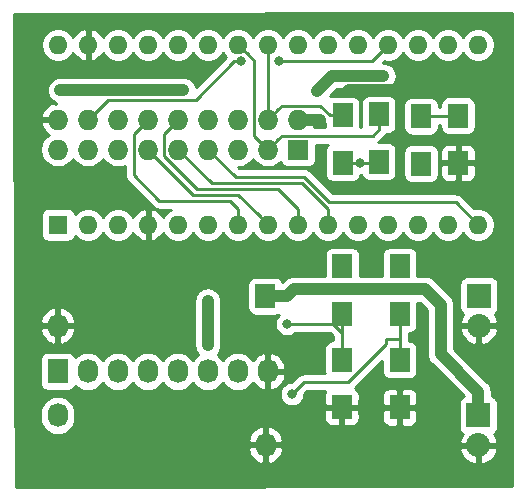
<source format=gbl>
G04 #@! TF.GenerationSoftware,KiCad,Pcbnew,(5.1.5)-3*
G04 #@! TF.CreationDate,2020-04-26T13:49:39+03:00*
G04 #@! TF.ProjectId,livecam,6c697665-6361-46d2-9e6b-696361645f70,rev?*
G04 #@! TF.SameCoordinates,Original*
G04 #@! TF.FileFunction,Copper,L2,Bot*
G04 #@! TF.FilePolarity,Positive*
%FSLAX46Y46*%
G04 Gerber Fmt 4.6, Leading zero omitted, Abs format (unit mm)*
G04 Created by KiCad (PCBNEW (5.1.5)-3) date 2020-04-26 13:49:39*
%MOMM*%
%LPD*%
G04 APERTURE LIST*
%ADD10O,1.600000X1.600000*%
%ADD11R,1.600000X1.600000*%
%ADD12O,1.727200X2.032000*%
%ADD13R,1.727200X2.032000*%
%ADD14R,1.700000X2.000000*%
%ADD15O,1.727200X1.727200*%
%ADD16R,1.727200X1.727200*%
%ADD17O,2.032000X2.032000*%
%ADD18R,2.032000X2.032000*%
%ADD19C,0.800000*%
%ADD20C,0.250000*%
%ADD21C,1.000000*%
%ADD22C,0.254000*%
G04 APERTURE END LIST*
D10*
X169240000Y-44450000D03*
X169240000Y-59690000D03*
X133680000Y-44450000D03*
X166700000Y-59690000D03*
X136220000Y-44450000D03*
X164160000Y-59690000D03*
X138760000Y-44450000D03*
X161620000Y-59690000D03*
X141300000Y-44450000D03*
X159080000Y-59690000D03*
X143840000Y-44450000D03*
X156540000Y-59690000D03*
X146380000Y-44450000D03*
X154000000Y-59690000D03*
X148920000Y-44450000D03*
X151460000Y-59690000D03*
X151460000Y-44450000D03*
X148920000Y-59690000D03*
X154000000Y-44450000D03*
X146380000Y-59690000D03*
X156540000Y-44450000D03*
X143840000Y-59690000D03*
X159080000Y-44450000D03*
X141300000Y-59690000D03*
X161620000Y-44450000D03*
X138760000Y-59690000D03*
X164160000Y-44450000D03*
X136220000Y-59690000D03*
X166700000Y-44450000D03*
D11*
X133680000Y-59690000D03*
D12*
X151440000Y-72100000D03*
X148900000Y-72100000D03*
X146360000Y-72100000D03*
X143820000Y-72100000D03*
X141280000Y-72100000D03*
X138740000Y-72100000D03*
X136200000Y-72100000D03*
D13*
X133660000Y-72100000D03*
D14*
X162610000Y-75140000D03*
X162610000Y-71140000D03*
X162610000Y-67200000D03*
X162610000Y-63200000D03*
X157710000Y-75120000D03*
X157710000Y-71120000D03*
X157730000Y-67200000D03*
X157730000Y-63200000D03*
X167540000Y-54450000D03*
X167540000Y-50450000D03*
X164410000Y-50500000D03*
X164410000Y-54500000D03*
X157770000Y-50420000D03*
X157770000Y-54420000D03*
X160840000Y-50340000D03*
X160840000Y-54340000D03*
D15*
X133670000Y-50780000D03*
X133670000Y-53320000D03*
X136210000Y-50780000D03*
X136210000Y-53320000D03*
X138750000Y-50780000D03*
X138750000Y-53320000D03*
X141290000Y-50780000D03*
X141290000Y-53320000D03*
X143830000Y-50780000D03*
X143830000Y-53320000D03*
X146370000Y-50780000D03*
X146370000Y-53320000D03*
X148910000Y-50780000D03*
X148910000Y-53320000D03*
X151450000Y-50780000D03*
X151450000Y-53320000D03*
X153990000Y-50780000D03*
D16*
X153990000Y-53320000D03*
D17*
X169250000Y-78370000D03*
D18*
X169250000Y-75830000D03*
D17*
X169310000Y-68240000D03*
D18*
X169310000Y-65700000D03*
D12*
X133650000Y-68220000D03*
X133650000Y-75820000D03*
X151250000Y-78320000D03*
D13*
X151210000Y-65720000D03*
D19*
X162610000Y-63200000D03*
X135730000Y-65930000D03*
X139020000Y-80670000D03*
X164990000Y-75220000D03*
X160170000Y-75140000D03*
X155240000Y-75130000D03*
X155820000Y-50790000D03*
X158160000Y-48460000D03*
X157730000Y-63200000D03*
X164380000Y-54490000D03*
X152400000Y-45829957D03*
X149190000Y-45829957D03*
X144270000Y-48280000D03*
X133800000Y-48280000D03*
X146360000Y-69890000D03*
X146360000Y-66120000D03*
X159240000Y-54420000D03*
X155600000Y-48320000D03*
X161210000Y-47090000D03*
X164310000Y-50560000D03*
X153070000Y-68070000D03*
X153475607Y-74015010D03*
D20*
X146370000Y-53320000D02*
X148710000Y-55660000D01*
X148710000Y-55660000D02*
X154520000Y-55660000D01*
X154520000Y-55660000D02*
X156650000Y-57790000D01*
X167340000Y-57790000D02*
X169240000Y-59690000D01*
X156650000Y-57790000D02*
X167340000Y-57790000D01*
D21*
X135550000Y-66110000D02*
X135550000Y-66290000D01*
X135730000Y-65930000D02*
X135550000Y-66110000D01*
D20*
X135730000Y-65930000D02*
X135730000Y-67800000D01*
X135310000Y-68220000D02*
X133650000Y-68220000D01*
X135730000Y-67800000D02*
X135310000Y-68220000D01*
X162690000Y-75220000D02*
X162610000Y-75140000D01*
X164990000Y-75220000D02*
X162690000Y-75220000D01*
X157700000Y-75130000D02*
X157710000Y-75120000D01*
X155240000Y-75130000D02*
X157700000Y-75130000D01*
X160150000Y-75120000D02*
X160170000Y-75140000D01*
X157710000Y-75120000D02*
X160150000Y-75120000D01*
D21*
X153990000Y-50780000D02*
X155810000Y-50780000D01*
X155810000Y-50780000D02*
X155820000Y-50790000D01*
X161707060Y-48290010D02*
X161737070Y-48260000D01*
X158160000Y-48460000D02*
X158329990Y-48290010D01*
X158329990Y-48290010D02*
X161707060Y-48290010D01*
X161737070Y-48260000D02*
X162700000Y-48260000D01*
D20*
X143830000Y-53320000D02*
X146680000Y-56170000D01*
X146680000Y-56170000D02*
X154320000Y-56170000D01*
X156540000Y-58390000D02*
X156540000Y-59690000D01*
X154320000Y-56170000D02*
X156540000Y-58390000D01*
X142641399Y-53890529D02*
X145430870Y-56680000D01*
X142641399Y-51968601D02*
X142641399Y-53890529D01*
X143830000Y-50780000D02*
X142641399Y-51968601D01*
X145430870Y-56680000D02*
X152330000Y-56680000D01*
X154000000Y-58350000D02*
X154000000Y-59690000D01*
X152330000Y-56680000D02*
X154000000Y-58350000D01*
X149719999Y-45249999D02*
X148920000Y-44450000D01*
X150261399Y-45791399D02*
X149719999Y-45249999D01*
X150261399Y-52131399D02*
X150261399Y-45791399D01*
X151450000Y-53320000D02*
X150261399Y-52131399D01*
X152638601Y-52131399D02*
X152313599Y-52456401D01*
X160298601Y-52131399D02*
X152638601Y-52131399D01*
X152313599Y-52456401D02*
X151450000Y-53320000D01*
X160840000Y-51590000D02*
X160298601Y-52131399D01*
X160840000Y-50340000D02*
X160840000Y-51590000D01*
X148900011Y-57130011D02*
X150660001Y-58890001D01*
X150660001Y-58890001D02*
X151460000Y-59690000D01*
X145100011Y-57130011D02*
X148900011Y-57130011D01*
X141290000Y-53320000D02*
X145100011Y-57130011D01*
X151450000Y-44460000D02*
X151460000Y-44450000D01*
X151450000Y-50780000D02*
X151450000Y-44460000D01*
X152313599Y-49916401D02*
X151450000Y-50780000D01*
X155841399Y-49591399D02*
X152638601Y-49591399D01*
X156670000Y-50420000D02*
X155841399Y-49591399D01*
X152638601Y-49591399D02*
X152313599Y-49916401D01*
X157770000Y-50420000D02*
X156670000Y-50420000D01*
X140101399Y-51968601D02*
X140101399Y-55501399D01*
X141290000Y-50780000D02*
X140101399Y-51968601D01*
X140101399Y-55501399D02*
X142240000Y-57640000D01*
X142240000Y-57640000D02*
X148240000Y-57640000D01*
X148920000Y-58320000D02*
X148920000Y-59690000D01*
X148240000Y-57640000D02*
X148920000Y-58320000D01*
X161620000Y-44450000D02*
X160240043Y-45829957D01*
X160240043Y-45829957D02*
X152965685Y-45829957D01*
X152965685Y-45829957D02*
X152400000Y-45829957D01*
X148590043Y-45829957D02*
X149190000Y-45829957D01*
X145314990Y-49105010D02*
X148590043Y-45829957D01*
X136210000Y-50780000D02*
X137884990Y-49105010D01*
X137884990Y-49105010D02*
X145314990Y-49105010D01*
D21*
X144270000Y-48280000D02*
X133855870Y-48280000D01*
D20*
X133855870Y-48280000D02*
X133800000Y-48280000D01*
D21*
X146360000Y-69890000D02*
X146360000Y-66120000D01*
D20*
X160760000Y-54420000D02*
X160840000Y-54340000D01*
X159280000Y-54420000D02*
X159240000Y-54420000D01*
X159240000Y-54420000D02*
X160760000Y-54420000D01*
X157770000Y-54420000D02*
X159280000Y-54420000D01*
D21*
X156830000Y-47090000D02*
X161210000Y-47090000D01*
X155600000Y-48320000D02*
X156830000Y-47090000D01*
X169250000Y-73814000D02*
X166070000Y-70634000D01*
X169250000Y-75830000D02*
X169250000Y-73814000D01*
X166070000Y-70634000D02*
X166070000Y-66450000D01*
X166070000Y-66450000D02*
X164780000Y-65160000D01*
X153073600Y-65720000D02*
X151210000Y-65720000D01*
X153633600Y-65160000D02*
X153073600Y-65720000D01*
X164780000Y-65160000D02*
X153633600Y-65160000D01*
D20*
X167490000Y-50500000D02*
X167540000Y-50450000D01*
X164410000Y-50500000D02*
X167490000Y-50500000D01*
X157730000Y-71100000D02*
X157710000Y-71120000D01*
X157730000Y-68840000D02*
X157730000Y-68820000D01*
X157730000Y-67200000D02*
X157730000Y-68840000D01*
X157730000Y-68840000D02*
X157730000Y-71100000D01*
X157730000Y-68820000D02*
X156980000Y-68070000D01*
X156980000Y-68070000D02*
X153070000Y-68070000D01*
X162610000Y-67200000D02*
X162610000Y-69330000D01*
X162610000Y-69330000D02*
X162610000Y-71140000D01*
X154460617Y-73030000D02*
X153475607Y-74015010D01*
X161460000Y-69805002D02*
X158235002Y-73030000D01*
X162610000Y-69330000D02*
X161460000Y-69330000D01*
X158235002Y-73030000D02*
X154460617Y-73030000D01*
X161460000Y-69330000D02*
X161460000Y-69805002D01*
D22*
G36*
X172083000Y-81823090D02*
G01*
X130086559Y-81852910D01*
X130075539Y-78681914D01*
X149764815Y-78681914D01*
X149834227Y-78967633D01*
X149958046Y-79234321D01*
X150131514Y-79471729D01*
X150347965Y-79670733D01*
X150599081Y-79823686D01*
X150875211Y-79924709D01*
X150890974Y-79927358D01*
X151123000Y-79806217D01*
X151123000Y-78447000D01*
X151377000Y-78447000D01*
X151377000Y-79806217D01*
X151609026Y-79927358D01*
X151624789Y-79924709D01*
X151900919Y-79823686D01*
X152152035Y-79670733D01*
X152368486Y-79471729D01*
X152541954Y-79234321D01*
X152665773Y-78967633D01*
X152717929Y-78752944D01*
X167644025Y-78752944D01*
X167701924Y-78943826D01*
X167843618Y-79234815D01*
X168039358Y-79492569D01*
X168281623Y-79707184D01*
X168561102Y-79870411D01*
X168867055Y-79975978D01*
X169123000Y-79857362D01*
X169123000Y-78497000D01*
X169377000Y-78497000D01*
X169377000Y-79857362D01*
X169632945Y-79975978D01*
X169938898Y-79870411D01*
X170218377Y-79707184D01*
X170460642Y-79492569D01*
X170656382Y-79234815D01*
X170798076Y-78943826D01*
X170855975Y-78752944D01*
X170736836Y-78497000D01*
X169377000Y-78497000D01*
X169123000Y-78497000D01*
X167763164Y-78497000D01*
X167644025Y-78752944D01*
X152717929Y-78752944D01*
X152735185Y-78681914D01*
X152590925Y-78447000D01*
X151377000Y-78447000D01*
X151123000Y-78447000D01*
X149909075Y-78447000D01*
X149764815Y-78681914D01*
X130075539Y-78681914D01*
X130073024Y-77958086D01*
X149764815Y-77958086D01*
X149909075Y-78193000D01*
X151123000Y-78193000D01*
X151123000Y-76833783D01*
X151377000Y-76833783D01*
X151377000Y-78193000D01*
X152590925Y-78193000D01*
X152735185Y-77958086D01*
X152665773Y-77672367D01*
X152541954Y-77405679D01*
X152368486Y-77168271D01*
X152152035Y-76969267D01*
X151900919Y-76816314D01*
X151624789Y-76715291D01*
X151609026Y-76712642D01*
X151377000Y-76833783D01*
X151123000Y-76833783D01*
X150890974Y-76712642D01*
X150875211Y-76715291D01*
X150599081Y-76816314D01*
X150347965Y-76969267D01*
X150131514Y-77168271D01*
X149958046Y-77405679D01*
X149834227Y-77672367D01*
X149764815Y-77958086D01*
X130073024Y-77958086D01*
X130064806Y-75593981D01*
X132151400Y-75593981D01*
X132151400Y-76046018D01*
X132173084Y-76266176D01*
X132258775Y-76548663D01*
X132397931Y-76809005D01*
X132585203Y-77037197D01*
X132813394Y-77224469D01*
X133073736Y-77363625D01*
X133356223Y-77449316D01*
X133650000Y-77478251D01*
X133943776Y-77449316D01*
X134226263Y-77363625D01*
X134486605Y-77224469D01*
X134714797Y-77037197D01*
X134902069Y-76809006D01*
X135041225Y-76548664D01*
X135126916Y-76266177D01*
X135141313Y-76120000D01*
X156221928Y-76120000D01*
X156234188Y-76244482D01*
X156270498Y-76364180D01*
X156329463Y-76474494D01*
X156408815Y-76571185D01*
X156505506Y-76650537D01*
X156615820Y-76709502D01*
X156735518Y-76745812D01*
X156860000Y-76758072D01*
X157424250Y-76755000D01*
X157583000Y-76596250D01*
X157583000Y-75247000D01*
X157837000Y-75247000D01*
X157837000Y-76596250D01*
X157995750Y-76755000D01*
X158560000Y-76758072D01*
X158684482Y-76745812D01*
X158804180Y-76709502D01*
X158914494Y-76650537D01*
X159011185Y-76571185D01*
X159090537Y-76474494D01*
X159149502Y-76364180D01*
X159185812Y-76244482D01*
X159196102Y-76140000D01*
X161121928Y-76140000D01*
X161134188Y-76264482D01*
X161170498Y-76384180D01*
X161229463Y-76494494D01*
X161308815Y-76591185D01*
X161405506Y-76670537D01*
X161515820Y-76729502D01*
X161635518Y-76765812D01*
X161760000Y-76778072D01*
X162324250Y-76775000D01*
X162483000Y-76616250D01*
X162483000Y-75267000D01*
X162737000Y-75267000D01*
X162737000Y-76616250D01*
X162895750Y-76775000D01*
X163460000Y-76778072D01*
X163584482Y-76765812D01*
X163704180Y-76729502D01*
X163814494Y-76670537D01*
X163911185Y-76591185D01*
X163990537Y-76494494D01*
X164049502Y-76384180D01*
X164085812Y-76264482D01*
X164098072Y-76140000D01*
X164095000Y-75425750D01*
X163936250Y-75267000D01*
X162737000Y-75267000D01*
X162483000Y-75267000D01*
X161283750Y-75267000D01*
X161125000Y-75425750D01*
X161121928Y-76140000D01*
X159196102Y-76140000D01*
X159198072Y-76120000D01*
X159195000Y-75405750D01*
X159036250Y-75247000D01*
X157837000Y-75247000D01*
X157583000Y-75247000D01*
X156383750Y-75247000D01*
X156225000Y-75405750D01*
X156221928Y-76120000D01*
X135141313Y-76120000D01*
X135148600Y-76046019D01*
X135148600Y-75593982D01*
X135126916Y-75373824D01*
X135041225Y-75091337D01*
X134902069Y-74830994D01*
X134714797Y-74602803D01*
X134486606Y-74415531D01*
X134226264Y-74276375D01*
X133943777Y-74190684D01*
X133650000Y-74161749D01*
X133356224Y-74190684D01*
X133073737Y-74276375D01*
X132813395Y-74415531D01*
X132585203Y-74602803D01*
X132397931Y-74830994D01*
X132258775Y-75091336D01*
X132173084Y-75373823D01*
X132151400Y-75593981D01*
X130064806Y-75593981D01*
X130049131Y-71084000D01*
X132158328Y-71084000D01*
X132158328Y-73116000D01*
X132170588Y-73240482D01*
X132206898Y-73360180D01*
X132265863Y-73470494D01*
X132345215Y-73567185D01*
X132441906Y-73646537D01*
X132552220Y-73705502D01*
X132671918Y-73741812D01*
X132796400Y-73754072D01*
X134523600Y-73754072D01*
X134648082Y-73741812D01*
X134767780Y-73705502D01*
X134878094Y-73646537D01*
X134974785Y-73567185D01*
X135054137Y-73470494D01*
X135113102Y-73360180D01*
X135128586Y-73309135D01*
X135135203Y-73317197D01*
X135363395Y-73504469D01*
X135623737Y-73643625D01*
X135906224Y-73729316D01*
X136200000Y-73758251D01*
X136493777Y-73729316D01*
X136776264Y-73643625D01*
X137036606Y-73504469D01*
X137264797Y-73317197D01*
X137452069Y-73089006D01*
X137470000Y-73055459D01*
X137487931Y-73089006D01*
X137675203Y-73317197D01*
X137903395Y-73504469D01*
X138163737Y-73643625D01*
X138446224Y-73729316D01*
X138740000Y-73758251D01*
X139033777Y-73729316D01*
X139316264Y-73643625D01*
X139576606Y-73504469D01*
X139804797Y-73317197D01*
X139992069Y-73089006D01*
X140010000Y-73055459D01*
X140027931Y-73089006D01*
X140215203Y-73317197D01*
X140443395Y-73504469D01*
X140703737Y-73643625D01*
X140986224Y-73729316D01*
X141280000Y-73758251D01*
X141573777Y-73729316D01*
X141856264Y-73643625D01*
X142116606Y-73504469D01*
X142344797Y-73317197D01*
X142532069Y-73089006D01*
X142550000Y-73055459D01*
X142567931Y-73089006D01*
X142755203Y-73317197D01*
X142983395Y-73504469D01*
X143243737Y-73643625D01*
X143526224Y-73729316D01*
X143820000Y-73758251D01*
X144113777Y-73729316D01*
X144396264Y-73643625D01*
X144656606Y-73504469D01*
X144884797Y-73317197D01*
X145072069Y-73089006D01*
X145090000Y-73055459D01*
X145107931Y-73089006D01*
X145295203Y-73317197D01*
X145523395Y-73504469D01*
X145783737Y-73643625D01*
X146066224Y-73729316D01*
X146360000Y-73758251D01*
X146653777Y-73729316D01*
X146936264Y-73643625D01*
X147196606Y-73504469D01*
X147424797Y-73317197D01*
X147612069Y-73089006D01*
X147630000Y-73055459D01*
X147647931Y-73089006D01*
X147835203Y-73317197D01*
X148063395Y-73504469D01*
X148323737Y-73643625D01*
X148606224Y-73729316D01*
X148900000Y-73758251D01*
X149193777Y-73729316D01*
X149476264Y-73643625D01*
X149736606Y-73504469D01*
X149964797Y-73317197D01*
X150152069Y-73089006D01*
X150173424Y-73049053D01*
X150321514Y-73251729D01*
X150537965Y-73450733D01*
X150789081Y-73603686D01*
X151065211Y-73704709D01*
X151080974Y-73707358D01*
X151313000Y-73586217D01*
X151313000Y-72227000D01*
X151567000Y-72227000D01*
X151567000Y-73586217D01*
X151799026Y-73707358D01*
X151814789Y-73704709D01*
X152090919Y-73603686D01*
X152342035Y-73450733D01*
X152558486Y-73251729D01*
X152731954Y-73014321D01*
X152855773Y-72747633D01*
X152925185Y-72461914D01*
X152780925Y-72227000D01*
X151567000Y-72227000D01*
X151313000Y-72227000D01*
X151293000Y-72227000D01*
X151293000Y-71973000D01*
X151313000Y-71973000D01*
X151313000Y-70613783D01*
X151567000Y-70613783D01*
X151567000Y-71973000D01*
X152780925Y-71973000D01*
X152925185Y-71738086D01*
X152855773Y-71452367D01*
X152731954Y-71185679D01*
X152558486Y-70948271D01*
X152342035Y-70749267D01*
X152090919Y-70596314D01*
X151814789Y-70495291D01*
X151799026Y-70492642D01*
X151567000Y-70613783D01*
X151313000Y-70613783D01*
X151080974Y-70492642D01*
X151065211Y-70495291D01*
X150789081Y-70596314D01*
X150537965Y-70749267D01*
X150321514Y-70948271D01*
X150173424Y-71150947D01*
X150152069Y-71110994D01*
X149964797Y-70882803D01*
X149736605Y-70695531D01*
X149476263Y-70556375D01*
X149193776Y-70470684D01*
X148900000Y-70441749D01*
X148606223Y-70470684D01*
X148323736Y-70556375D01*
X148063394Y-70695531D01*
X147835203Y-70882803D01*
X147647931Y-71110995D01*
X147630000Y-71144541D01*
X147612069Y-71110994D01*
X147424797Y-70882803D01*
X147196605Y-70695531D01*
X147176168Y-70684607D01*
X147308284Y-70523623D01*
X147413676Y-70326447D01*
X147478577Y-70112499D01*
X147495000Y-69945752D01*
X147495000Y-66064248D01*
X147478577Y-65897501D01*
X147413676Y-65683553D01*
X147308284Y-65486377D01*
X147166449Y-65313551D01*
X146993623Y-65171716D01*
X146796447Y-65066324D01*
X146582499Y-65001423D01*
X146360000Y-64979509D01*
X146137502Y-65001423D01*
X145923554Y-65066324D01*
X145726378Y-65171716D01*
X145553552Y-65313551D01*
X145411717Y-65486377D01*
X145306325Y-65683553D01*
X145241424Y-65897501D01*
X145225001Y-66064248D01*
X145225000Y-69945751D01*
X145241423Y-70112498D01*
X145306324Y-70326446D01*
X145411716Y-70523623D01*
X145543832Y-70684607D01*
X145523394Y-70695531D01*
X145295203Y-70882803D01*
X145107931Y-71110995D01*
X145090000Y-71144541D01*
X145072069Y-71110994D01*
X144884797Y-70882803D01*
X144656605Y-70695531D01*
X144396263Y-70556375D01*
X144113776Y-70470684D01*
X143820000Y-70441749D01*
X143526223Y-70470684D01*
X143243736Y-70556375D01*
X142983394Y-70695531D01*
X142755203Y-70882803D01*
X142567931Y-71110995D01*
X142550000Y-71144541D01*
X142532069Y-71110994D01*
X142344797Y-70882803D01*
X142116605Y-70695531D01*
X141856263Y-70556375D01*
X141573776Y-70470684D01*
X141280000Y-70441749D01*
X140986223Y-70470684D01*
X140703736Y-70556375D01*
X140443394Y-70695531D01*
X140215203Y-70882803D01*
X140027931Y-71110995D01*
X140010000Y-71144541D01*
X139992069Y-71110994D01*
X139804797Y-70882803D01*
X139576605Y-70695531D01*
X139316263Y-70556375D01*
X139033776Y-70470684D01*
X138740000Y-70441749D01*
X138446223Y-70470684D01*
X138163736Y-70556375D01*
X137903394Y-70695531D01*
X137675203Y-70882803D01*
X137487931Y-71110995D01*
X137470000Y-71144541D01*
X137452069Y-71110994D01*
X137264797Y-70882803D01*
X137036605Y-70695531D01*
X136776263Y-70556375D01*
X136493776Y-70470684D01*
X136200000Y-70441749D01*
X135906223Y-70470684D01*
X135623736Y-70556375D01*
X135363394Y-70695531D01*
X135135203Y-70882803D01*
X135128586Y-70890865D01*
X135113102Y-70839820D01*
X135054137Y-70729506D01*
X134974785Y-70632815D01*
X134878094Y-70553463D01*
X134767780Y-70494498D01*
X134648082Y-70458188D01*
X134523600Y-70445928D01*
X132796400Y-70445928D01*
X132671918Y-70458188D01*
X132552220Y-70494498D01*
X132441906Y-70553463D01*
X132345215Y-70632815D01*
X132265863Y-70729506D01*
X132206898Y-70839820D01*
X132170588Y-70959518D01*
X132158328Y-71084000D01*
X130049131Y-71084000D01*
X130040435Y-68581914D01*
X132164815Y-68581914D01*
X132234227Y-68867633D01*
X132358046Y-69134321D01*
X132531514Y-69371729D01*
X132747965Y-69570733D01*
X132999081Y-69723686D01*
X133275211Y-69824709D01*
X133290974Y-69827358D01*
X133523000Y-69706217D01*
X133523000Y-68347000D01*
X133777000Y-68347000D01*
X133777000Y-69706217D01*
X134009026Y-69827358D01*
X134024789Y-69824709D01*
X134300919Y-69723686D01*
X134552035Y-69570733D01*
X134768486Y-69371729D01*
X134941954Y-69134321D01*
X135065773Y-68867633D01*
X135135185Y-68581914D01*
X134990925Y-68347000D01*
X133777000Y-68347000D01*
X133523000Y-68347000D01*
X132309075Y-68347000D01*
X132164815Y-68581914D01*
X130040435Y-68581914D01*
X130037920Y-67858086D01*
X132164815Y-67858086D01*
X132309075Y-68093000D01*
X133523000Y-68093000D01*
X133523000Y-66733783D01*
X133777000Y-66733783D01*
X133777000Y-68093000D01*
X134990925Y-68093000D01*
X135135185Y-67858086D01*
X135065773Y-67572367D01*
X134941954Y-67305679D01*
X134768486Y-67068271D01*
X134552035Y-66869267D01*
X134300919Y-66716314D01*
X134024789Y-66615291D01*
X134009026Y-66612642D01*
X133777000Y-66733783D01*
X133523000Y-66733783D01*
X133290974Y-66612642D01*
X133275211Y-66615291D01*
X132999081Y-66716314D01*
X132747965Y-66869267D01*
X132531514Y-67068271D01*
X132358046Y-67305679D01*
X132234227Y-67572367D01*
X132164815Y-67858086D01*
X130037920Y-67858086D01*
X130026958Y-64704000D01*
X149708328Y-64704000D01*
X149708328Y-66736000D01*
X149720588Y-66860482D01*
X149756898Y-66980180D01*
X149815863Y-67090494D01*
X149895215Y-67187185D01*
X149991906Y-67266537D01*
X150102220Y-67325502D01*
X150221918Y-67361812D01*
X150346400Y-67374072D01*
X152073600Y-67374072D01*
X152198082Y-67361812D01*
X152317780Y-67325502D01*
X152388690Y-67287599D01*
X152266063Y-67410226D01*
X152152795Y-67579744D01*
X152074774Y-67768102D01*
X152035000Y-67968061D01*
X152035000Y-68171939D01*
X152074774Y-68371898D01*
X152152795Y-68560256D01*
X152266063Y-68729774D01*
X152410226Y-68873937D01*
X152579744Y-68987205D01*
X152768102Y-69065226D01*
X152968061Y-69105000D01*
X153171939Y-69105000D01*
X153371898Y-69065226D01*
X153560256Y-68987205D01*
X153729774Y-68873937D01*
X153773711Y-68830000D01*
X156665199Y-68830000D01*
X156970000Y-69134802D01*
X156970000Y-69481928D01*
X156860000Y-69481928D01*
X156735518Y-69494188D01*
X156615820Y-69530498D01*
X156505506Y-69589463D01*
X156408815Y-69668815D01*
X156329463Y-69765506D01*
X156270498Y-69875820D01*
X156234188Y-69995518D01*
X156221928Y-70120000D01*
X156221928Y-72120000D01*
X156234188Y-72244482D01*
X156241929Y-72270000D01*
X154497950Y-72270000D01*
X154460617Y-72266323D01*
X154423284Y-72270000D01*
X154311631Y-72280997D01*
X154168370Y-72324454D01*
X154036341Y-72395026D01*
X153920616Y-72489999D01*
X153896818Y-72518997D01*
X153435805Y-72980010D01*
X153373668Y-72980010D01*
X153173709Y-73019784D01*
X152985351Y-73097805D01*
X152815833Y-73211073D01*
X152671670Y-73355236D01*
X152558402Y-73524754D01*
X152480381Y-73713112D01*
X152440607Y-73913071D01*
X152440607Y-74116949D01*
X152480381Y-74316908D01*
X152558402Y-74505266D01*
X152671670Y-74674784D01*
X152815833Y-74818947D01*
X152985351Y-74932215D01*
X153173709Y-75010236D01*
X153373668Y-75050010D01*
X153577546Y-75050010D01*
X153777505Y-75010236D01*
X153965863Y-74932215D01*
X154135381Y-74818947D01*
X154279544Y-74674784D01*
X154392812Y-74505266D01*
X154470833Y-74316908D01*
X154510607Y-74116949D01*
X154510607Y-74054812D01*
X154775419Y-73790000D01*
X156316370Y-73790000D01*
X156270498Y-73875820D01*
X156234188Y-73995518D01*
X156221928Y-74120000D01*
X156225000Y-74834250D01*
X156383750Y-74993000D01*
X157583000Y-74993000D01*
X157583000Y-74973000D01*
X157837000Y-74973000D01*
X157837000Y-74993000D01*
X159036250Y-74993000D01*
X159195000Y-74834250D01*
X159197985Y-74140000D01*
X161121928Y-74140000D01*
X161125000Y-74854250D01*
X161283750Y-75013000D01*
X162483000Y-75013000D01*
X162483000Y-73663750D01*
X162737000Y-73663750D01*
X162737000Y-75013000D01*
X163936250Y-75013000D01*
X164095000Y-74854250D01*
X164098072Y-74140000D01*
X164085812Y-74015518D01*
X164049502Y-73895820D01*
X163990537Y-73785506D01*
X163911185Y-73688815D01*
X163814494Y-73609463D01*
X163704180Y-73550498D01*
X163584482Y-73514188D01*
X163460000Y-73501928D01*
X162895750Y-73505000D01*
X162737000Y-73663750D01*
X162483000Y-73663750D01*
X162324250Y-73505000D01*
X161760000Y-73501928D01*
X161635518Y-73514188D01*
X161515820Y-73550498D01*
X161405506Y-73609463D01*
X161308815Y-73688815D01*
X161229463Y-73785506D01*
X161170498Y-73895820D01*
X161134188Y-74015518D01*
X161121928Y-74140000D01*
X159197985Y-74140000D01*
X159198072Y-74120000D01*
X159185812Y-73995518D01*
X159149502Y-73875820D01*
X159090537Y-73765506D01*
X159011185Y-73668815D01*
X158914494Y-73589463D01*
X158807520Y-73532283D01*
X161121928Y-71217876D01*
X161121928Y-72140000D01*
X161134188Y-72264482D01*
X161170498Y-72384180D01*
X161229463Y-72494494D01*
X161308815Y-72591185D01*
X161405506Y-72670537D01*
X161515820Y-72729502D01*
X161635518Y-72765812D01*
X161760000Y-72778072D01*
X163460000Y-72778072D01*
X163584482Y-72765812D01*
X163704180Y-72729502D01*
X163814494Y-72670537D01*
X163911185Y-72591185D01*
X163990537Y-72494494D01*
X164049502Y-72384180D01*
X164085812Y-72264482D01*
X164098072Y-72140000D01*
X164098072Y-70140000D01*
X164085812Y-70015518D01*
X164049502Y-69895820D01*
X163990537Y-69785506D01*
X163911185Y-69688815D01*
X163814494Y-69609463D01*
X163704180Y-69550498D01*
X163584482Y-69514188D01*
X163460000Y-69501928D01*
X163370000Y-69501928D01*
X163370000Y-69367333D01*
X163373677Y-69330000D01*
X163370000Y-69292667D01*
X163370000Y-68838072D01*
X163460000Y-68838072D01*
X163584482Y-68825812D01*
X163704180Y-68789502D01*
X163814494Y-68730537D01*
X163911185Y-68651185D01*
X163990537Y-68554494D01*
X164049502Y-68444180D01*
X164085812Y-68324482D01*
X164098072Y-68200000D01*
X164098072Y-66295000D01*
X164309869Y-66295000D01*
X164935001Y-66920133D01*
X164935000Y-70578248D01*
X164929509Y-70634000D01*
X164935000Y-70689751D01*
X164951423Y-70856498D01*
X165016324Y-71070446D01*
X165121716Y-71267623D01*
X165263551Y-71440449D01*
X165306865Y-71475996D01*
X168040111Y-74209242D01*
X167989820Y-74224498D01*
X167879506Y-74283463D01*
X167782815Y-74362815D01*
X167703463Y-74459506D01*
X167644498Y-74569820D01*
X167608188Y-74689518D01*
X167595928Y-74814000D01*
X167595928Y-76846000D01*
X167608188Y-76970482D01*
X167644498Y-77090180D01*
X167703463Y-77200494D01*
X167782815Y-77297185D01*
X167879506Y-77376537D01*
X167923469Y-77400036D01*
X167843618Y-77505185D01*
X167701924Y-77796174D01*
X167644025Y-77987056D01*
X167763164Y-78243000D01*
X169123000Y-78243000D01*
X169123000Y-78223000D01*
X169377000Y-78223000D01*
X169377000Y-78243000D01*
X170736836Y-78243000D01*
X170855975Y-77987056D01*
X170798076Y-77796174D01*
X170656382Y-77505185D01*
X170576531Y-77400036D01*
X170620494Y-77376537D01*
X170717185Y-77297185D01*
X170796537Y-77200494D01*
X170855502Y-77090180D01*
X170891812Y-76970482D01*
X170904072Y-76846000D01*
X170904072Y-74814000D01*
X170891812Y-74689518D01*
X170855502Y-74569820D01*
X170796537Y-74459506D01*
X170717185Y-74362815D01*
X170620494Y-74283463D01*
X170510180Y-74224498D01*
X170390482Y-74188188D01*
X170385000Y-74187648D01*
X170385000Y-73869751D01*
X170390491Y-73813999D01*
X170368577Y-73591500D01*
X170335338Y-73481928D01*
X170303676Y-73377553D01*
X170198284Y-73180377D01*
X170056449Y-73007551D01*
X170013141Y-72972009D01*
X167205000Y-70163869D01*
X167205000Y-68622944D01*
X167704025Y-68622944D01*
X167761924Y-68813826D01*
X167903618Y-69104815D01*
X168099358Y-69362569D01*
X168341623Y-69577184D01*
X168621102Y-69740411D01*
X168927055Y-69845978D01*
X169183000Y-69727362D01*
X169183000Y-68367000D01*
X169437000Y-68367000D01*
X169437000Y-69727362D01*
X169692945Y-69845978D01*
X169998898Y-69740411D01*
X170278377Y-69577184D01*
X170520642Y-69362569D01*
X170716382Y-69104815D01*
X170858076Y-68813826D01*
X170915975Y-68622944D01*
X170796836Y-68367000D01*
X169437000Y-68367000D01*
X169183000Y-68367000D01*
X167823164Y-68367000D01*
X167704025Y-68622944D01*
X167205000Y-68622944D01*
X167205000Y-66505741D01*
X167210490Y-66449999D01*
X167205000Y-66394257D01*
X167205000Y-66394248D01*
X167188577Y-66227501D01*
X167123676Y-66013553D01*
X167018284Y-65816377D01*
X166876449Y-65643551D01*
X166833140Y-65608008D01*
X165909132Y-64684000D01*
X167655928Y-64684000D01*
X167655928Y-66716000D01*
X167668188Y-66840482D01*
X167704498Y-66960180D01*
X167763463Y-67070494D01*
X167842815Y-67167185D01*
X167939506Y-67246537D01*
X167983469Y-67270036D01*
X167903618Y-67375185D01*
X167761924Y-67666174D01*
X167704025Y-67857056D01*
X167823164Y-68113000D01*
X169183000Y-68113000D01*
X169183000Y-68093000D01*
X169437000Y-68093000D01*
X169437000Y-68113000D01*
X170796836Y-68113000D01*
X170915975Y-67857056D01*
X170858076Y-67666174D01*
X170716382Y-67375185D01*
X170636531Y-67270036D01*
X170680494Y-67246537D01*
X170777185Y-67167185D01*
X170856537Y-67070494D01*
X170915502Y-66960180D01*
X170951812Y-66840482D01*
X170964072Y-66716000D01*
X170964072Y-64684000D01*
X170951812Y-64559518D01*
X170915502Y-64439820D01*
X170856537Y-64329506D01*
X170777185Y-64232815D01*
X170680494Y-64153463D01*
X170570180Y-64094498D01*
X170450482Y-64058188D01*
X170326000Y-64045928D01*
X168294000Y-64045928D01*
X168169518Y-64058188D01*
X168049820Y-64094498D01*
X167939506Y-64153463D01*
X167842815Y-64232815D01*
X167763463Y-64329506D01*
X167704498Y-64439820D01*
X167668188Y-64559518D01*
X167655928Y-64684000D01*
X165909132Y-64684000D01*
X165621996Y-64396865D01*
X165586449Y-64353551D01*
X165413623Y-64211716D01*
X165216447Y-64106324D01*
X165002499Y-64041423D01*
X164835752Y-64025000D01*
X164835751Y-64025000D01*
X164780000Y-64019509D01*
X164724249Y-64025000D01*
X164098072Y-64025000D01*
X164098072Y-62200000D01*
X164085812Y-62075518D01*
X164049502Y-61955820D01*
X163990537Y-61845506D01*
X163911185Y-61748815D01*
X163814494Y-61669463D01*
X163704180Y-61610498D01*
X163584482Y-61574188D01*
X163460000Y-61561928D01*
X161760000Y-61561928D01*
X161635518Y-61574188D01*
X161515820Y-61610498D01*
X161405506Y-61669463D01*
X161308815Y-61748815D01*
X161229463Y-61845506D01*
X161170498Y-61955820D01*
X161134188Y-62075518D01*
X161121928Y-62200000D01*
X161121928Y-64025000D01*
X159218072Y-64025000D01*
X159218072Y-62200000D01*
X159205812Y-62075518D01*
X159169502Y-61955820D01*
X159110537Y-61845506D01*
X159031185Y-61748815D01*
X158934494Y-61669463D01*
X158824180Y-61610498D01*
X158704482Y-61574188D01*
X158580000Y-61561928D01*
X156880000Y-61561928D01*
X156755518Y-61574188D01*
X156635820Y-61610498D01*
X156525506Y-61669463D01*
X156428815Y-61748815D01*
X156349463Y-61845506D01*
X156290498Y-61955820D01*
X156254188Y-62075518D01*
X156241928Y-62200000D01*
X156241928Y-64025000D01*
X153689352Y-64025000D01*
X153633600Y-64019509D01*
X153577848Y-64025000D01*
X153411101Y-64041423D01*
X153197153Y-64106324D01*
X152999977Y-64211716D01*
X152827151Y-64353551D01*
X152791608Y-64396860D01*
X152678358Y-64510111D01*
X152663102Y-64459820D01*
X152604137Y-64349506D01*
X152524785Y-64252815D01*
X152428094Y-64173463D01*
X152317780Y-64114498D01*
X152198082Y-64078188D01*
X152073600Y-64065928D01*
X150346400Y-64065928D01*
X150221918Y-64078188D01*
X150102220Y-64114498D01*
X149991906Y-64173463D01*
X149895215Y-64252815D01*
X149815863Y-64349506D01*
X149756898Y-64459820D01*
X149720588Y-64579518D01*
X149708328Y-64704000D01*
X130026958Y-64704000D01*
X130006750Y-58890000D01*
X132241928Y-58890000D01*
X132241928Y-60490000D01*
X132254188Y-60614482D01*
X132290498Y-60734180D01*
X132349463Y-60844494D01*
X132428815Y-60941185D01*
X132525506Y-61020537D01*
X132635820Y-61079502D01*
X132755518Y-61115812D01*
X132880000Y-61128072D01*
X134480000Y-61128072D01*
X134604482Y-61115812D01*
X134724180Y-61079502D01*
X134834494Y-61020537D01*
X134931185Y-60941185D01*
X135010537Y-60844494D01*
X135069502Y-60734180D01*
X135105812Y-60614482D01*
X135106643Y-60606039D01*
X135305241Y-60804637D01*
X135540273Y-60961680D01*
X135801426Y-61069853D01*
X136078665Y-61125000D01*
X136361335Y-61125000D01*
X136638574Y-61069853D01*
X136899727Y-60961680D01*
X137134759Y-60804637D01*
X137334637Y-60604759D01*
X137490000Y-60372241D01*
X137645363Y-60604759D01*
X137845241Y-60804637D01*
X138080273Y-60961680D01*
X138341426Y-61069853D01*
X138618665Y-61125000D01*
X138901335Y-61125000D01*
X139178574Y-61069853D01*
X139439727Y-60961680D01*
X139674759Y-60804637D01*
X139874637Y-60604759D01*
X140031680Y-60369727D01*
X140036067Y-60359135D01*
X140147615Y-60545131D01*
X140336586Y-60753519D01*
X140562580Y-60921037D01*
X140816913Y-61041246D01*
X140950961Y-61081904D01*
X141173000Y-60959915D01*
X141173000Y-59817000D01*
X141153000Y-59817000D01*
X141153000Y-59563000D01*
X141173000Y-59563000D01*
X141173000Y-58420085D01*
X140950961Y-58298096D01*
X140816913Y-58338754D01*
X140562580Y-58458963D01*
X140336586Y-58626481D01*
X140147615Y-58834869D01*
X140036067Y-59020865D01*
X140031680Y-59010273D01*
X139874637Y-58775241D01*
X139674759Y-58575363D01*
X139439727Y-58418320D01*
X139178574Y-58310147D01*
X138901335Y-58255000D01*
X138618665Y-58255000D01*
X138341426Y-58310147D01*
X138080273Y-58418320D01*
X137845241Y-58575363D01*
X137645363Y-58775241D01*
X137490000Y-59007759D01*
X137334637Y-58775241D01*
X137134759Y-58575363D01*
X136899727Y-58418320D01*
X136638574Y-58310147D01*
X136361335Y-58255000D01*
X136078665Y-58255000D01*
X135801426Y-58310147D01*
X135540273Y-58418320D01*
X135305241Y-58575363D01*
X135106643Y-58773961D01*
X135105812Y-58765518D01*
X135069502Y-58645820D01*
X135010537Y-58535506D01*
X134931185Y-58438815D01*
X134834494Y-58359463D01*
X134724180Y-58300498D01*
X134604482Y-58264188D01*
X134480000Y-58251928D01*
X132880000Y-58251928D01*
X132755518Y-58264188D01*
X132635820Y-58300498D01*
X132525506Y-58359463D01*
X132428815Y-58438815D01*
X132349463Y-58535506D01*
X132290498Y-58645820D01*
X132254188Y-58765518D01*
X132241928Y-58890000D01*
X130006750Y-58890000D01*
X129986877Y-53172401D01*
X132171400Y-53172401D01*
X132171400Y-53467599D01*
X132228990Y-53757125D01*
X132341958Y-54029853D01*
X132505961Y-54275302D01*
X132714698Y-54484039D01*
X132960147Y-54648042D01*
X133232875Y-54761010D01*
X133522401Y-54818600D01*
X133817599Y-54818600D01*
X134107125Y-54761010D01*
X134379853Y-54648042D01*
X134625302Y-54484039D01*
X134834039Y-54275302D01*
X134940000Y-54116719D01*
X135045961Y-54275302D01*
X135254698Y-54484039D01*
X135500147Y-54648042D01*
X135772875Y-54761010D01*
X136062401Y-54818600D01*
X136357599Y-54818600D01*
X136647125Y-54761010D01*
X136919853Y-54648042D01*
X137165302Y-54484039D01*
X137374039Y-54275302D01*
X137480000Y-54116719D01*
X137585961Y-54275302D01*
X137794698Y-54484039D01*
X138040147Y-54648042D01*
X138312875Y-54761010D01*
X138602401Y-54818600D01*
X138897599Y-54818600D01*
X139187125Y-54761010D01*
X139341400Y-54697107D01*
X139341400Y-55464067D01*
X139337723Y-55501399D01*
X139341400Y-55538732D01*
X139352397Y-55650385D01*
X139355314Y-55660000D01*
X139395853Y-55793645D01*
X139466425Y-55925675D01*
X139509427Y-55978072D01*
X139561399Y-56041400D01*
X139590397Y-56065198D01*
X141676200Y-58151002D01*
X141699999Y-58180001D01*
X141802581Y-58264188D01*
X141815724Y-58274974D01*
X141947753Y-58345546D01*
X142091014Y-58389003D01*
X142240000Y-58403677D01*
X142277333Y-58400000D01*
X143204501Y-58400000D01*
X143160273Y-58418320D01*
X142925241Y-58575363D01*
X142725363Y-58775241D01*
X142568320Y-59010273D01*
X142563933Y-59020865D01*
X142452385Y-58834869D01*
X142263414Y-58626481D01*
X142037420Y-58458963D01*
X141783087Y-58338754D01*
X141649039Y-58298096D01*
X141427000Y-58420085D01*
X141427000Y-59563000D01*
X141447000Y-59563000D01*
X141447000Y-59817000D01*
X141427000Y-59817000D01*
X141427000Y-60959915D01*
X141649039Y-61081904D01*
X141783087Y-61041246D01*
X142037420Y-60921037D01*
X142263414Y-60753519D01*
X142452385Y-60545131D01*
X142563933Y-60359135D01*
X142568320Y-60369727D01*
X142725363Y-60604759D01*
X142925241Y-60804637D01*
X143160273Y-60961680D01*
X143421426Y-61069853D01*
X143698665Y-61125000D01*
X143981335Y-61125000D01*
X144258574Y-61069853D01*
X144519727Y-60961680D01*
X144754759Y-60804637D01*
X144954637Y-60604759D01*
X145110000Y-60372241D01*
X145265363Y-60604759D01*
X145465241Y-60804637D01*
X145700273Y-60961680D01*
X145961426Y-61069853D01*
X146238665Y-61125000D01*
X146521335Y-61125000D01*
X146798574Y-61069853D01*
X147059727Y-60961680D01*
X147294759Y-60804637D01*
X147494637Y-60604759D01*
X147650000Y-60372241D01*
X147805363Y-60604759D01*
X148005241Y-60804637D01*
X148240273Y-60961680D01*
X148501426Y-61069853D01*
X148778665Y-61125000D01*
X149061335Y-61125000D01*
X149338574Y-61069853D01*
X149599727Y-60961680D01*
X149834759Y-60804637D01*
X150034637Y-60604759D01*
X150190000Y-60372241D01*
X150345363Y-60604759D01*
X150545241Y-60804637D01*
X150780273Y-60961680D01*
X151041426Y-61069853D01*
X151318665Y-61125000D01*
X151601335Y-61125000D01*
X151878574Y-61069853D01*
X152139727Y-60961680D01*
X152374759Y-60804637D01*
X152574637Y-60604759D01*
X152730000Y-60372241D01*
X152885363Y-60604759D01*
X153085241Y-60804637D01*
X153320273Y-60961680D01*
X153581426Y-61069853D01*
X153858665Y-61125000D01*
X154141335Y-61125000D01*
X154418574Y-61069853D01*
X154679727Y-60961680D01*
X154914759Y-60804637D01*
X155114637Y-60604759D01*
X155270000Y-60372241D01*
X155425363Y-60604759D01*
X155625241Y-60804637D01*
X155860273Y-60961680D01*
X156121426Y-61069853D01*
X156398665Y-61125000D01*
X156681335Y-61125000D01*
X156958574Y-61069853D01*
X157219727Y-60961680D01*
X157454759Y-60804637D01*
X157654637Y-60604759D01*
X157810000Y-60372241D01*
X157965363Y-60604759D01*
X158165241Y-60804637D01*
X158400273Y-60961680D01*
X158661426Y-61069853D01*
X158938665Y-61125000D01*
X159221335Y-61125000D01*
X159498574Y-61069853D01*
X159759727Y-60961680D01*
X159994759Y-60804637D01*
X160194637Y-60604759D01*
X160350000Y-60372241D01*
X160505363Y-60604759D01*
X160705241Y-60804637D01*
X160940273Y-60961680D01*
X161201426Y-61069853D01*
X161478665Y-61125000D01*
X161761335Y-61125000D01*
X162038574Y-61069853D01*
X162299727Y-60961680D01*
X162534759Y-60804637D01*
X162734637Y-60604759D01*
X162890000Y-60372241D01*
X163045363Y-60604759D01*
X163245241Y-60804637D01*
X163480273Y-60961680D01*
X163741426Y-61069853D01*
X164018665Y-61125000D01*
X164301335Y-61125000D01*
X164578574Y-61069853D01*
X164839727Y-60961680D01*
X165074759Y-60804637D01*
X165274637Y-60604759D01*
X165430000Y-60372241D01*
X165585363Y-60604759D01*
X165785241Y-60804637D01*
X166020273Y-60961680D01*
X166281426Y-61069853D01*
X166558665Y-61125000D01*
X166841335Y-61125000D01*
X167118574Y-61069853D01*
X167379727Y-60961680D01*
X167614759Y-60804637D01*
X167814637Y-60604759D01*
X167970000Y-60372241D01*
X168125363Y-60604759D01*
X168325241Y-60804637D01*
X168560273Y-60961680D01*
X168821426Y-61069853D01*
X169098665Y-61125000D01*
X169381335Y-61125000D01*
X169658574Y-61069853D01*
X169919727Y-60961680D01*
X170154759Y-60804637D01*
X170354637Y-60604759D01*
X170511680Y-60369727D01*
X170619853Y-60108574D01*
X170675000Y-59831335D01*
X170675000Y-59548665D01*
X170619853Y-59271426D01*
X170511680Y-59010273D01*
X170354637Y-58775241D01*
X170154759Y-58575363D01*
X169919727Y-58418320D01*
X169658574Y-58310147D01*
X169381335Y-58255000D01*
X169098665Y-58255000D01*
X168916114Y-58291312D01*
X167903804Y-57279003D01*
X167880001Y-57249999D01*
X167764276Y-57155026D01*
X167632247Y-57084454D01*
X167488986Y-57040997D01*
X167377333Y-57030000D01*
X167377322Y-57030000D01*
X167340000Y-57026324D01*
X167302678Y-57030000D01*
X156964802Y-57030000D01*
X155083804Y-55149003D01*
X155060001Y-55119999D01*
X154944276Y-55025026D01*
X154812247Y-54954454D01*
X154668986Y-54910997D01*
X154557333Y-54900000D01*
X154557322Y-54900000D01*
X154520000Y-54896324D01*
X154482678Y-54900000D01*
X149024802Y-54900000D01*
X148943402Y-54818600D01*
X149057599Y-54818600D01*
X149347125Y-54761010D01*
X149619853Y-54648042D01*
X149865302Y-54484039D01*
X150074039Y-54275302D01*
X150180000Y-54116719D01*
X150285961Y-54275302D01*
X150494698Y-54484039D01*
X150740147Y-54648042D01*
X151012875Y-54761010D01*
X151302401Y-54818600D01*
X151597599Y-54818600D01*
X151887125Y-54761010D01*
X152159853Y-54648042D01*
X152405302Y-54484039D01*
X152519364Y-54369977D01*
X152536898Y-54427780D01*
X152595863Y-54538094D01*
X152675215Y-54634785D01*
X152771906Y-54714137D01*
X152882220Y-54773102D01*
X153001918Y-54809412D01*
X153126400Y-54821672D01*
X154853600Y-54821672D01*
X154978082Y-54809412D01*
X155097780Y-54773102D01*
X155208094Y-54714137D01*
X155304785Y-54634785D01*
X155384137Y-54538094D01*
X155443102Y-54427780D01*
X155479412Y-54308082D01*
X155491672Y-54183600D01*
X155491672Y-52891399D01*
X156563147Y-52891399D01*
X156468815Y-52968815D01*
X156389463Y-53065506D01*
X156330498Y-53175820D01*
X156294188Y-53295518D01*
X156281928Y-53420000D01*
X156281928Y-55420000D01*
X156294188Y-55544482D01*
X156330498Y-55664180D01*
X156389463Y-55774494D01*
X156468815Y-55871185D01*
X156565506Y-55950537D01*
X156675820Y-56009502D01*
X156795518Y-56045812D01*
X156920000Y-56058072D01*
X158620000Y-56058072D01*
X158744482Y-56045812D01*
X158864180Y-56009502D01*
X158974494Y-55950537D01*
X159071185Y-55871185D01*
X159150537Y-55774494D01*
X159209502Y-55664180D01*
X159245812Y-55544482D01*
X159254625Y-55455000D01*
X159341939Y-55455000D01*
X159362845Y-55450842D01*
X159364188Y-55464482D01*
X159400498Y-55584180D01*
X159459463Y-55694494D01*
X159538815Y-55791185D01*
X159635506Y-55870537D01*
X159745820Y-55929502D01*
X159865518Y-55965812D01*
X159990000Y-55978072D01*
X161690000Y-55978072D01*
X161814482Y-55965812D01*
X161934180Y-55929502D01*
X162044494Y-55870537D01*
X162141185Y-55791185D01*
X162220537Y-55694494D01*
X162279502Y-55584180D01*
X162315812Y-55464482D01*
X162328072Y-55340000D01*
X162328072Y-53500000D01*
X162921928Y-53500000D01*
X162921928Y-55500000D01*
X162934188Y-55624482D01*
X162970498Y-55744180D01*
X163029463Y-55854494D01*
X163108815Y-55951185D01*
X163205506Y-56030537D01*
X163315820Y-56089502D01*
X163435518Y-56125812D01*
X163560000Y-56138072D01*
X165260000Y-56138072D01*
X165384482Y-56125812D01*
X165504180Y-56089502D01*
X165614494Y-56030537D01*
X165711185Y-55951185D01*
X165790537Y-55854494D01*
X165849502Y-55744180D01*
X165885812Y-55624482D01*
X165898072Y-55500000D01*
X165898072Y-55450000D01*
X166051928Y-55450000D01*
X166064188Y-55574482D01*
X166100498Y-55694180D01*
X166159463Y-55804494D01*
X166238815Y-55901185D01*
X166335506Y-55980537D01*
X166445820Y-56039502D01*
X166565518Y-56075812D01*
X166690000Y-56088072D01*
X167254250Y-56085000D01*
X167413000Y-55926250D01*
X167413000Y-54577000D01*
X167667000Y-54577000D01*
X167667000Y-55926250D01*
X167825750Y-56085000D01*
X168390000Y-56088072D01*
X168514482Y-56075812D01*
X168634180Y-56039502D01*
X168744494Y-55980537D01*
X168841185Y-55901185D01*
X168920537Y-55804494D01*
X168979502Y-55694180D01*
X169015812Y-55574482D01*
X169028072Y-55450000D01*
X169025000Y-54735750D01*
X168866250Y-54577000D01*
X167667000Y-54577000D01*
X167413000Y-54577000D01*
X166213750Y-54577000D01*
X166055000Y-54735750D01*
X166051928Y-55450000D01*
X165898072Y-55450000D01*
X165898072Y-53500000D01*
X165893148Y-53450000D01*
X166051928Y-53450000D01*
X166055000Y-54164250D01*
X166213750Y-54323000D01*
X167413000Y-54323000D01*
X167413000Y-52973750D01*
X167667000Y-52973750D01*
X167667000Y-54323000D01*
X168866250Y-54323000D01*
X169025000Y-54164250D01*
X169028072Y-53450000D01*
X169015812Y-53325518D01*
X168979502Y-53205820D01*
X168920537Y-53095506D01*
X168841185Y-52998815D01*
X168744494Y-52919463D01*
X168634180Y-52860498D01*
X168514482Y-52824188D01*
X168390000Y-52811928D01*
X167825750Y-52815000D01*
X167667000Y-52973750D01*
X167413000Y-52973750D01*
X167254250Y-52815000D01*
X166690000Y-52811928D01*
X166565518Y-52824188D01*
X166445820Y-52860498D01*
X166335506Y-52919463D01*
X166238815Y-52998815D01*
X166159463Y-53095506D01*
X166100498Y-53205820D01*
X166064188Y-53325518D01*
X166051928Y-53450000D01*
X165893148Y-53450000D01*
X165885812Y-53375518D01*
X165849502Y-53255820D01*
X165790537Y-53145506D01*
X165711185Y-53048815D01*
X165614494Y-52969463D01*
X165504180Y-52910498D01*
X165384482Y-52874188D01*
X165260000Y-52861928D01*
X163560000Y-52861928D01*
X163435518Y-52874188D01*
X163315820Y-52910498D01*
X163205506Y-52969463D01*
X163108815Y-53048815D01*
X163029463Y-53145506D01*
X162970498Y-53255820D01*
X162934188Y-53375518D01*
X162921928Y-53500000D01*
X162328072Y-53500000D01*
X162328072Y-53340000D01*
X162315812Y-53215518D01*
X162279502Y-53095820D01*
X162220537Y-52985506D01*
X162141185Y-52888815D01*
X162044494Y-52809463D01*
X161934180Y-52750498D01*
X161814482Y-52714188D01*
X161690000Y-52701928D01*
X160801404Y-52701928D01*
X160838602Y-52671400D01*
X160862404Y-52642397D01*
X161351002Y-52153800D01*
X161380001Y-52130001D01*
X161474974Y-52014276D01*
X161494326Y-51978072D01*
X161690000Y-51978072D01*
X161814482Y-51965812D01*
X161934180Y-51929502D01*
X162044494Y-51870537D01*
X162141185Y-51791185D01*
X162220537Y-51694494D01*
X162279502Y-51584180D01*
X162315812Y-51464482D01*
X162328072Y-51340000D01*
X162328072Y-49500000D01*
X162921928Y-49500000D01*
X162921928Y-51500000D01*
X162934188Y-51624482D01*
X162970498Y-51744180D01*
X163029463Y-51854494D01*
X163108815Y-51951185D01*
X163205506Y-52030537D01*
X163315820Y-52089502D01*
X163435518Y-52125812D01*
X163560000Y-52138072D01*
X165260000Y-52138072D01*
X165384482Y-52125812D01*
X165504180Y-52089502D01*
X165614494Y-52030537D01*
X165711185Y-51951185D01*
X165790537Y-51854494D01*
X165849502Y-51744180D01*
X165885812Y-51624482D01*
X165898072Y-51500000D01*
X165898072Y-51260000D01*
X166051928Y-51260000D01*
X166051928Y-51450000D01*
X166064188Y-51574482D01*
X166100498Y-51694180D01*
X166159463Y-51804494D01*
X166238815Y-51901185D01*
X166335506Y-51980537D01*
X166445820Y-52039502D01*
X166565518Y-52075812D01*
X166690000Y-52088072D01*
X168390000Y-52088072D01*
X168514482Y-52075812D01*
X168634180Y-52039502D01*
X168744494Y-51980537D01*
X168841185Y-51901185D01*
X168920537Y-51804494D01*
X168979502Y-51694180D01*
X169015812Y-51574482D01*
X169028072Y-51450000D01*
X169028072Y-49450000D01*
X169015812Y-49325518D01*
X168979502Y-49205820D01*
X168920537Y-49095506D01*
X168841185Y-48998815D01*
X168744494Y-48919463D01*
X168634180Y-48860498D01*
X168514482Y-48824188D01*
X168390000Y-48811928D01*
X166690000Y-48811928D01*
X166565518Y-48824188D01*
X166445820Y-48860498D01*
X166335506Y-48919463D01*
X166238815Y-48998815D01*
X166159463Y-49095506D01*
X166100498Y-49205820D01*
X166064188Y-49325518D01*
X166051928Y-49450000D01*
X166051928Y-49740000D01*
X165898072Y-49740000D01*
X165898072Y-49500000D01*
X165885812Y-49375518D01*
X165849502Y-49255820D01*
X165790537Y-49145506D01*
X165711185Y-49048815D01*
X165614494Y-48969463D01*
X165504180Y-48910498D01*
X165384482Y-48874188D01*
X165260000Y-48861928D01*
X163560000Y-48861928D01*
X163435518Y-48874188D01*
X163315820Y-48910498D01*
X163205506Y-48969463D01*
X163108815Y-49048815D01*
X163029463Y-49145506D01*
X162970498Y-49255820D01*
X162934188Y-49375518D01*
X162921928Y-49500000D01*
X162328072Y-49500000D01*
X162328072Y-49340000D01*
X162315812Y-49215518D01*
X162279502Y-49095820D01*
X162220537Y-48985506D01*
X162141185Y-48888815D01*
X162044494Y-48809463D01*
X161934180Y-48750498D01*
X161814482Y-48714188D01*
X161690000Y-48701928D01*
X159990000Y-48701928D01*
X159865518Y-48714188D01*
X159745820Y-48750498D01*
X159635506Y-48809463D01*
X159538815Y-48888815D01*
X159459463Y-48985506D01*
X159400498Y-49095820D01*
X159364188Y-49215518D01*
X159351928Y-49340000D01*
X159351928Y-51340000D01*
X159355020Y-51371399D01*
X159258072Y-51371399D01*
X159258072Y-49420000D01*
X159245812Y-49295518D01*
X159209502Y-49175820D01*
X159150537Y-49065506D01*
X159071185Y-48968815D01*
X158974494Y-48889463D01*
X158864180Y-48830498D01*
X158744482Y-48794188D01*
X158620000Y-48781928D01*
X156920000Y-48781928D01*
X156795518Y-48794188D01*
X156702826Y-48822306D01*
X157300132Y-48225000D01*
X161265752Y-48225000D01*
X161432499Y-48208577D01*
X161646447Y-48143676D01*
X161843623Y-48038284D01*
X162016449Y-47896449D01*
X162158284Y-47723623D01*
X162263676Y-47526447D01*
X162328577Y-47312499D01*
X162350491Y-47090000D01*
X162328577Y-46867501D01*
X162263676Y-46653553D01*
X162158284Y-46456377D01*
X162016449Y-46283551D01*
X161843623Y-46141716D01*
X161646447Y-46036324D01*
X161432499Y-45971423D01*
X161265752Y-45955000D01*
X161189801Y-45955000D01*
X161296114Y-45848688D01*
X161478665Y-45885000D01*
X161761335Y-45885000D01*
X162038574Y-45829853D01*
X162299727Y-45721680D01*
X162534759Y-45564637D01*
X162734637Y-45364759D01*
X162890000Y-45132241D01*
X163045363Y-45364759D01*
X163245241Y-45564637D01*
X163480273Y-45721680D01*
X163741426Y-45829853D01*
X164018665Y-45885000D01*
X164301335Y-45885000D01*
X164578574Y-45829853D01*
X164839727Y-45721680D01*
X165074759Y-45564637D01*
X165274637Y-45364759D01*
X165430000Y-45132241D01*
X165585363Y-45364759D01*
X165785241Y-45564637D01*
X166020273Y-45721680D01*
X166281426Y-45829853D01*
X166558665Y-45885000D01*
X166841335Y-45885000D01*
X167118574Y-45829853D01*
X167379727Y-45721680D01*
X167614759Y-45564637D01*
X167814637Y-45364759D01*
X167970000Y-45132241D01*
X168125363Y-45364759D01*
X168325241Y-45564637D01*
X168560273Y-45721680D01*
X168821426Y-45829853D01*
X169098665Y-45885000D01*
X169381335Y-45885000D01*
X169658574Y-45829853D01*
X169919727Y-45721680D01*
X170154759Y-45564637D01*
X170354637Y-45364759D01*
X170511680Y-45129727D01*
X170619853Y-44868574D01*
X170675000Y-44591335D01*
X170675000Y-44308665D01*
X170619853Y-44031426D01*
X170511680Y-43770273D01*
X170354637Y-43535241D01*
X170154759Y-43335363D01*
X169919727Y-43178320D01*
X169658574Y-43070147D01*
X169381335Y-43015000D01*
X169098665Y-43015000D01*
X168821426Y-43070147D01*
X168560273Y-43178320D01*
X168325241Y-43335363D01*
X168125363Y-43535241D01*
X167970000Y-43767759D01*
X167814637Y-43535241D01*
X167614759Y-43335363D01*
X167379727Y-43178320D01*
X167118574Y-43070147D01*
X166841335Y-43015000D01*
X166558665Y-43015000D01*
X166281426Y-43070147D01*
X166020273Y-43178320D01*
X165785241Y-43335363D01*
X165585363Y-43535241D01*
X165430000Y-43767759D01*
X165274637Y-43535241D01*
X165074759Y-43335363D01*
X164839727Y-43178320D01*
X164578574Y-43070147D01*
X164301335Y-43015000D01*
X164018665Y-43015000D01*
X163741426Y-43070147D01*
X163480273Y-43178320D01*
X163245241Y-43335363D01*
X163045363Y-43535241D01*
X162890000Y-43767759D01*
X162734637Y-43535241D01*
X162534759Y-43335363D01*
X162299727Y-43178320D01*
X162038574Y-43070147D01*
X161761335Y-43015000D01*
X161478665Y-43015000D01*
X161201426Y-43070147D01*
X160940273Y-43178320D01*
X160705241Y-43335363D01*
X160505363Y-43535241D01*
X160350000Y-43767759D01*
X160194637Y-43535241D01*
X159994759Y-43335363D01*
X159759727Y-43178320D01*
X159498574Y-43070147D01*
X159221335Y-43015000D01*
X158938665Y-43015000D01*
X158661426Y-43070147D01*
X158400273Y-43178320D01*
X158165241Y-43335363D01*
X157965363Y-43535241D01*
X157810000Y-43767759D01*
X157654637Y-43535241D01*
X157454759Y-43335363D01*
X157219727Y-43178320D01*
X156958574Y-43070147D01*
X156681335Y-43015000D01*
X156398665Y-43015000D01*
X156121426Y-43070147D01*
X155860273Y-43178320D01*
X155625241Y-43335363D01*
X155425363Y-43535241D01*
X155270000Y-43767759D01*
X155114637Y-43535241D01*
X154914759Y-43335363D01*
X154679727Y-43178320D01*
X154418574Y-43070147D01*
X154141335Y-43015000D01*
X153858665Y-43015000D01*
X153581426Y-43070147D01*
X153320273Y-43178320D01*
X153085241Y-43335363D01*
X152885363Y-43535241D01*
X152730000Y-43767759D01*
X152574637Y-43535241D01*
X152374759Y-43335363D01*
X152139727Y-43178320D01*
X151878574Y-43070147D01*
X151601335Y-43015000D01*
X151318665Y-43015000D01*
X151041426Y-43070147D01*
X150780273Y-43178320D01*
X150545241Y-43335363D01*
X150345363Y-43535241D01*
X150190000Y-43767759D01*
X150034637Y-43535241D01*
X149834759Y-43335363D01*
X149599727Y-43178320D01*
X149338574Y-43070147D01*
X149061335Y-43015000D01*
X148778665Y-43015000D01*
X148501426Y-43070147D01*
X148240273Y-43178320D01*
X148005241Y-43335363D01*
X147805363Y-43535241D01*
X147650000Y-43767759D01*
X147494637Y-43535241D01*
X147294759Y-43335363D01*
X147059727Y-43178320D01*
X146798574Y-43070147D01*
X146521335Y-43015000D01*
X146238665Y-43015000D01*
X145961426Y-43070147D01*
X145700273Y-43178320D01*
X145465241Y-43335363D01*
X145265363Y-43535241D01*
X145110000Y-43767759D01*
X144954637Y-43535241D01*
X144754759Y-43335363D01*
X144519727Y-43178320D01*
X144258574Y-43070147D01*
X143981335Y-43015000D01*
X143698665Y-43015000D01*
X143421426Y-43070147D01*
X143160273Y-43178320D01*
X142925241Y-43335363D01*
X142725363Y-43535241D01*
X142570000Y-43767759D01*
X142414637Y-43535241D01*
X142214759Y-43335363D01*
X141979727Y-43178320D01*
X141718574Y-43070147D01*
X141441335Y-43015000D01*
X141158665Y-43015000D01*
X140881426Y-43070147D01*
X140620273Y-43178320D01*
X140385241Y-43335363D01*
X140185363Y-43535241D01*
X140030000Y-43767759D01*
X139874637Y-43535241D01*
X139674759Y-43335363D01*
X139439727Y-43178320D01*
X139178574Y-43070147D01*
X138901335Y-43015000D01*
X138618665Y-43015000D01*
X138341426Y-43070147D01*
X138080273Y-43178320D01*
X137845241Y-43335363D01*
X137645363Y-43535241D01*
X137488320Y-43770273D01*
X137483933Y-43780865D01*
X137372385Y-43594869D01*
X137183414Y-43386481D01*
X136957420Y-43218963D01*
X136703087Y-43098754D01*
X136569039Y-43058096D01*
X136347000Y-43180085D01*
X136347000Y-44323000D01*
X136367000Y-44323000D01*
X136367000Y-44577000D01*
X136347000Y-44577000D01*
X136347000Y-45719915D01*
X136569039Y-45841904D01*
X136703087Y-45801246D01*
X136957420Y-45681037D01*
X137183414Y-45513519D01*
X137372385Y-45305131D01*
X137483933Y-45119135D01*
X137488320Y-45129727D01*
X137645363Y-45364759D01*
X137845241Y-45564637D01*
X138080273Y-45721680D01*
X138341426Y-45829853D01*
X138618665Y-45885000D01*
X138901335Y-45885000D01*
X139178574Y-45829853D01*
X139439727Y-45721680D01*
X139674759Y-45564637D01*
X139874637Y-45364759D01*
X140030000Y-45132241D01*
X140185363Y-45364759D01*
X140385241Y-45564637D01*
X140620273Y-45721680D01*
X140881426Y-45829853D01*
X141158665Y-45885000D01*
X141441335Y-45885000D01*
X141718574Y-45829853D01*
X141979727Y-45721680D01*
X142214759Y-45564637D01*
X142414637Y-45364759D01*
X142570000Y-45132241D01*
X142725363Y-45364759D01*
X142925241Y-45564637D01*
X143160273Y-45721680D01*
X143421426Y-45829853D01*
X143698665Y-45885000D01*
X143981335Y-45885000D01*
X144258574Y-45829853D01*
X144519727Y-45721680D01*
X144754759Y-45564637D01*
X144954637Y-45364759D01*
X145110000Y-45132241D01*
X145265363Y-45364759D01*
X145465241Y-45564637D01*
X145700273Y-45721680D01*
X145961426Y-45829853D01*
X146238665Y-45885000D01*
X146521335Y-45885000D01*
X146798574Y-45829853D01*
X147059727Y-45721680D01*
X147294759Y-45564637D01*
X147494637Y-45364759D01*
X147650000Y-45132241D01*
X147805363Y-45364759D01*
X147892901Y-45452297D01*
X145365098Y-47980101D01*
X145323676Y-47843553D01*
X145218284Y-47646377D01*
X145076449Y-47473551D01*
X144903623Y-47331716D01*
X144706447Y-47226324D01*
X144492499Y-47161423D01*
X144325752Y-47145000D01*
X133800118Y-47145000D01*
X133633371Y-47161423D01*
X133419423Y-47226324D01*
X133222247Y-47331716D01*
X133049421Y-47473551D01*
X132907586Y-47646377D01*
X132802194Y-47843553D01*
X132737293Y-48057501D01*
X132715379Y-48280000D01*
X132737293Y-48502499D01*
X132802194Y-48716447D01*
X132907586Y-48913623D01*
X133049421Y-49086449D01*
X133222247Y-49228284D01*
X133419423Y-49333676D01*
X133542998Y-49371162D01*
X133542998Y-49446182D01*
X133310974Y-49325042D01*
X133160186Y-49370778D01*
X132895056Y-49497316D01*
X132659707Y-49673146D01*
X132463183Y-49891512D01*
X132313036Y-50144022D01*
X132215037Y-50420973D01*
X132335536Y-50653000D01*
X133543000Y-50653000D01*
X133543000Y-50633000D01*
X133797000Y-50633000D01*
X133797000Y-50653000D01*
X133817000Y-50653000D01*
X133817000Y-50907000D01*
X133797000Y-50907000D01*
X133797000Y-50927000D01*
X133543000Y-50927000D01*
X133543000Y-50907000D01*
X132335536Y-50907000D01*
X132215037Y-51139027D01*
X132313036Y-51415978D01*
X132463183Y-51668488D01*
X132659707Y-51886854D01*
X132875813Y-52048308D01*
X132714698Y-52155961D01*
X132505961Y-52364698D01*
X132341958Y-52610147D01*
X132228990Y-52882875D01*
X132171400Y-53172401D01*
X129986877Y-53172401D01*
X129956069Y-44308665D01*
X132245000Y-44308665D01*
X132245000Y-44591335D01*
X132300147Y-44868574D01*
X132408320Y-45129727D01*
X132565363Y-45364759D01*
X132765241Y-45564637D01*
X133000273Y-45721680D01*
X133261426Y-45829853D01*
X133538665Y-45885000D01*
X133821335Y-45885000D01*
X134098574Y-45829853D01*
X134359727Y-45721680D01*
X134594759Y-45564637D01*
X134794637Y-45364759D01*
X134951680Y-45129727D01*
X134956067Y-45119135D01*
X135067615Y-45305131D01*
X135256586Y-45513519D01*
X135482580Y-45681037D01*
X135736913Y-45801246D01*
X135870961Y-45841904D01*
X136093000Y-45719915D01*
X136093000Y-44577000D01*
X136073000Y-44577000D01*
X136073000Y-44323000D01*
X136093000Y-44323000D01*
X136093000Y-43180085D01*
X135870961Y-43058096D01*
X135736913Y-43098754D01*
X135482580Y-43218963D01*
X135256586Y-43386481D01*
X135067615Y-43594869D01*
X134956067Y-43780865D01*
X134951680Y-43770273D01*
X134794637Y-43535241D01*
X134594759Y-43335363D01*
X134359727Y-43178320D01*
X134098574Y-43070147D01*
X133821335Y-43015000D01*
X133538665Y-43015000D01*
X133261426Y-43070147D01*
X133000273Y-43178320D01*
X132765241Y-43335363D01*
X132565363Y-43535241D01*
X132408320Y-43770273D01*
X132300147Y-44031426D01*
X132245000Y-44308665D01*
X129956069Y-44308665D01*
X129947442Y-41826880D01*
X172083000Y-41787120D01*
X172083000Y-81823090D01*
G37*
X172083000Y-81823090D02*
X130086559Y-81852910D01*
X130075539Y-78681914D01*
X149764815Y-78681914D01*
X149834227Y-78967633D01*
X149958046Y-79234321D01*
X150131514Y-79471729D01*
X150347965Y-79670733D01*
X150599081Y-79823686D01*
X150875211Y-79924709D01*
X150890974Y-79927358D01*
X151123000Y-79806217D01*
X151123000Y-78447000D01*
X151377000Y-78447000D01*
X151377000Y-79806217D01*
X151609026Y-79927358D01*
X151624789Y-79924709D01*
X151900919Y-79823686D01*
X152152035Y-79670733D01*
X152368486Y-79471729D01*
X152541954Y-79234321D01*
X152665773Y-78967633D01*
X152717929Y-78752944D01*
X167644025Y-78752944D01*
X167701924Y-78943826D01*
X167843618Y-79234815D01*
X168039358Y-79492569D01*
X168281623Y-79707184D01*
X168561102Y-79870411D01*
X168867055Y-79975978D01*
X169123000Y-79857362D01*
X169123000Y-78497000D01*
X169377000Y-78497000D01*
X169377000Y-79857362D01*
X169632945Y-79975978D01*
X169938898Y-79870411D01*
X170218377Y-79707184D01*
X170460642Y-79492569D01*
X170656382Y-79234815D01*
X170798076Y-78943826D01*
X170855975Y-78752944D01*
X170736836Y-78497000D01*
X169377000Y-78497000D01*
X169123000Y-78497000D01*
X167763164Y-78497000D01*
X167644025Y-78752944D01*
X152717929Y-78752944D01*
X152735185Y-78681914D01*
X152590925Y-78447000D01*
X151377000Y-78447000D01*
X151123000Y-78447000D01*
X149909075Y-78447000D01*
X149764815Y-78681914D01*
X130075539Y-78681914D01*
X130073024Y-77958086D01*
X149764815Y-77958086D01*
X149909075Y-78193000D01*
X151123000Y-78193000D01*
X151123000Y-76833783D01*
X151377000Y-76833783D01*
X151377000Y-78193000D01*
X152590925Y-78193000D01*
X152735185Y-77958086D01*
X152665773Y-77672367D01*
X152541954Y-77405679D01*
X152368486Y-77168271D01*
X152152035Y-76969267D01*
X151900919Y-76816314D01*
X151624789Y-76715291D01*
X151609026Y-76712642D01*
X151377000Y-76833783D01*
X151123000Y-76833783D01*
X150890974Y-76712642D01*
X150875211Y-76715291D01*
X150599081Y-76816314D01*
X150347965Y-76969267D01*
X150131514Y-77168271D01*
X149958046Y-77405679D01*
X149834227Y-77672367D01*
X149764815Y-77958086D01*
X130073024Y-77958086D01*
X130064806Y-75593981D01*
X132151400Y-75593981D01*
X132151400Y-76046018D01*
X132173084Y-76266176D01*
X132258775Y-76548663D01*
X132397931Y-76809005D01*
X132585203Y-77037197D01*
X132813394Y-77224469D01*
X133073736Y-77363625D01*
X133356223Y-77449316D01*
X133650000Y-77478251D01*
X133943776Y-77449316D01*
X134226263Y-77363625D01*
X134486605Y-77224469D01*
X134714797Y-77037197D01*
X134902069Y-76809006D01*
X135041225Y-76548664D01*
X135126916Y-76266177D01*
X135141313Y-76120000D01*
X156221928Y-76120000D01*
X156234188Y-76244482D01*
X156270498Y-76364180D01*
X156329463Y-76474494D01*
X156408815Y-76571185D01*
X156505506Y-76650537D01*
X156615820Y-76709502D01*
X156735518Y-76745812D01*
X156860000Y-76758072D01*
X157424250Y-76755000D01*
X157583000Y-76596250D01*
X157583000Y-75247000D01*
X157837000Y-75247000D01*
X157837000Y-76596250D01*
X157995750Y-76755000D01*
X158560000Y-76758072D01*
X158684482Y-76745812D01*
X158804180Y-76709502D01*
X158914494Y-76650537D01*
X159011185Y-76571185D01*
X159090537Y-76474494D01*
X159149502Y-76364180D01*
X159185812Y-76244482D01*
X159196102Y-76140000D01*
X161121928Y-76140000D01*
X161134188Y-76264482D01*
X161170498Y-76384180D01*
X161229463Y-76494494D01*
X161308815Y-76591185D01*
X161405506Y-76670537D01*
X161515820Y-76729502D01*
X161635518Y-76765812D01*
X161760000Y-76778072D01*
X162324250Y-76775000D01*
X162483000Y-76616250D01*
X162483000Y-75267000D01*
X162737000Y-75267000D01*
X162737000Y-76616250D01*
X162895750Y-76775000D01*
X163460000Y-76778072D01*
X163584482Y-76765812D01*
X163704180Y-76729502D01*
X163814494Y-76670537D01*
X163911185Y-76591185D01*
X163990537Y-76494494D01*
X164049502Y-76384180D01*
X164085812Y-76264482D01*
X164098072Y-76140000D01*
X164095000Y-75425750D01*
X163936250Y-75267000D01*
X162737000Y-75267000D01*
X162483000Y-75267000D01*
X161283750Y-75267000D01*
X161125000Y-75425750D01*
X161121928Y-76140000D01*
X159196102Y-76140000D01*
X159198072Y-76120000D01*
X159195000Y-75405750D01*
X159036250Y-75247000D01*
X157837000Y-75247000D01*
X157583000Y-75247000D01*
X156383750Y-75247000D01*
X156225000Y-75405750D01*
X156221928Y-76120000D01*
X135141313Y-76120000D01*
X135148600Y-76046019D01*
X135148600Y-75593982D01*
X135126916Y-75373824D01*
X135041225Y-75091337D01*
X134902069Y-74830994D01*
X134714797Y-74602803D01*
X134486606Y-74415531D01*
X134226264Y-74276375D01*
X133943777Y-74190684D01*
X133650000Y-74161749D01*
X133356224Y-74190684D01*
X133073737Y-74276375D01*
X132813395Y-74415531D01*
X132585203Y-74602803D01*
X132397931Y-74830994D01*
X132258775Y-75091336D01*
X132173084Y-75373823D01*
X132151400Y-75593981D01*
X130064806Y-75593981D01*
X130049131Y-71084000D01*
X132158328Y-71084000D01*
X132158328Y-73116000D01*
X132170588Y-73240482D01*
X132206898Y-73360180D01*
X132265863Y-73470494D01*
X132345215Y-73567185D01*
X132441906Y-73646537D01*
X132552220Y-73705502D01*
X132671918Y-73741812D01*
X132796400Y-73754072D01*
X134523600Y-73754072D01*
X134648082Y-73741812D01*
X134767780Y-73705502D01*
X134878094Y-73646537D01*
X134974785Y-73567185D01*
X135054137Y-73470494D01*
X135113102Y-73360180D01*
X135128586Y-73309135D01*
X135135203Y-73317197D01*
X135363395Y-73504469D01*
X135623737Y-73643625D01*
X135906224Y-73729316D01*
X136200000Y-73758251D01*
X136493777Y-73729316D01*
X136776264Y-73643625D01*
X137036606Y-73504469D01*
X137264797Y-73317197D01*
X137452069Y-73089006D01*
X137470000Y-73055459D01*
X137487931Y-73089006D01*
X137675203Y-73317197D01*
X137903395Y-73504469D01*
X138163737Y-73643625D01*
X138446224Y-73729316D01*
X138740000Y-73758251D01*
X139033777Y-73729316D01*
X139316264Y-73643625D01*
X139576606Y-73504469D01*
X139804797Y-73317197D01*
X139992069Y-73089006D01*
X140010000Y-73055459D01*
X140027931Y-73089006D01*
X140215203Y-73317197D01*
X140443395Y-73504469D01*
X140703737Y-73643625D01*
X140986224Y-73729316D01*
X141280000Y-73758251D01*
X141573777Y-73729316D01*
X141856264Y-73643625D01*
X142116606Y-73504469D01*
X142344797Y-73317197D01*
X142532069Y-73089006D01*
X142550000Y-73055459D01*
X142567931Y-73089006D01*
X142755203Y-73317197D01*
X142983395Y-73504469D01*
X143243737Y-73643625D01*
X143526224Y-73729316D01*
X143820000Y-73758251D01*
X144113777Y-73729316D01*
X144396264Y-73643625D01*
X144656606Y-73504469D01*
X144884797Y-73317197D01*
X145072069Y-73089006D01*
X145090000Y-73055459D01*
X145107931Y-73089006D01*
X145295203Y-73317197D01*
X145523395Y-73504469D01*
X145783737Y-73643625D01*
X146066224Y-73729316D01*
X146360000Y-73758251D01*
X146653777Y-73729316D01*
X146936264Y-73643625D01*
X147196606Y-73504469D01*
X147424797Y-73317197D01*
X147612069Y-73089006D01*
X147630000Y-73055459D01*
X147647931Y-73089006D01*
X147835203Y-73317197D01*
X148063395Y-73504469D01*
X148323737Y-73643625D01*
X148606224Y-73729316D01*
X148900000Y-73758251D01*
X149193777Y-73729316D01*
X149476264Y-73643625D01*
X149736606Y-73504469D01*
X149964797Y-73317197D01*
X150152069Y-73089006D01*
X150173424Y-73049053D01*
X150321514Y-73251729D01*
X150537965Y-73450733D01*
X150789081Y-73603686D01*
X151065211Y-73704709D01*
X151080974Y-73707358D01*
X151313000Y-73586217D01*
X151313000Y-72227000D01*
X151567000Y-72227000D01*
X151567000Y-73586217D01*
X151799026Y-73707358D01*
X151814789Y-73704709D01*
X152090919Y-73603686D01*
X152342035Y-73450733D01*
X152558486Y-73251729D01*
X152731954Y-73014321D01*
X152855773Y-72747633D01*
X152925185Y-72461914D01*
X152780925Y-72227000D01*
X151567000Y-72227000D01*
X151313000Y-72227000D01*
X151293000Y-72227000D01*
X151293000Y-71973000D01*
X151313000Y-71973000D01*
X151313000Y-70613783D01*
X151567000Y-70613783D01*
X151567000Y-71973000D01*
X152780925Y-71973000D01*
X152925185Y-71738086D01*
X152855773Y-71452367D01*
X152731954Y-71185679D01*
X152558486Y-70948271D01*
X152342035Y-70749267D01*
X152090919Y-70596314D01*
X151814789Y-70495291D01*
X151799026Y-70492642D01*
X151567000Y-70613783D01*
X151313000Y-70613783D01*
X151080974Y-70492642D01*
X151065211Y-70495291D01*
X150789081Y-70596314D01*
X150537965Y-70749267D01*
X150321514Y-70948271D01*
X150173424Y-71150947D01*
X150152069Y-71110994D01*
X149964797Y-70882803D01*
X149736605Y-70695531D01*
X149476263Y-70556375D01*
X149193776Y-70470684D01*
X148900000Y-70441749D01*
X148606223Y-70470684D01*
X148323736Y-70556375D01*
X148063394Y-70695531D01*
X147835203Y-70882803D01*
X147647931Y-71110995D01*
X147630000Y-71144541D01*
X147612069Y-71110994D01*
X147424797Y-70882803D01*
X147196605Y-70695531D01*
X147176168Y-70684607D01*
X147308284Y-70523623D01*
X147413676Y-70326447D01*
X147478577Y-70112499D01*
X147495000Y-69945752D01*
X147495000Y-66064248D01*
X147478577Y-65897501D01*
X147413676Y-65683553D01*
X147308284Y-65486377D01*
X147166449Y-65313551D01*
X146993623Y-65171716D01*
X146796447Y-65066324D01*
X146582499Y-65001423D01*
X146360000Y-64979509D01*
X146137502Y-65001423D01*
X145923554Y-65066324D01*
X145726378Y-65171716D01*
X145553552Y-65313551D01*
X145411717Y-65486377D01*
X145306325Y-65683553D01*
X145241424Y-65897501D01*
X145225001Y-66064248D01*
X145225000Y-69945751D01*
X145241423Y-70112498D01*
X145306324Y-70326446D01*
X145411716Y-70523623D01*
X145543832Y-70684607D01*
X145523394Y-70695531D01*
X145295203Y-70882803D01*
X145107931Y-71110995D01*
X145090000Y-71144541D01*
X145072069Y-71110994D01*
X144884797Y-70882803D01*
X144656605Y-70695531D01*
X144396263Y-70556375D01*
X144113776Y-70470684D01*
X143820000Y-70441749D01*
X143526223Y-70470684D01*
X143243736Y-70556375D01*
X142983394Y-70695531D01*
X142755203Y-70882803D01*
X142567931Y-71110995D01*
X142550000Y-71144541D01*
X142532069Y-71110994D01*
X142344797Y-70882803D01*
X142116605Y-70695531D01*
X141856263Y-70556375D01*
X141573776Y-70470684D01*
X141280000Y-70441749D01*
X140986223Y-70470684D01*
X140703736Y-70556375D01*
X140443394Y-70695531D01*
X140215203Y-70882803D01*
X140027931Y-71110995D01*
X140010000Y-71144541D01*
X139992069Y-71110994D01*
X139804797Y-70882803D01*
X139576605Y-70695531D01*
X139316263Y-70556375D01*
X139033776Y-70470684D01*
X138740000Y-70441749D01*
X138446223Y-70470684D01*
X138163736Y-70556375D01*
X137903394Y-70695531D01*
X137675203Y-70882803D01*
X137487931Y-71110995D01*
X137470000Y-71144541D01*
X137452069Y-71110994D01*
X137264797Y-70882803D01*
X137036605Y-70695531D01*
X136776263Y-70556375D01*
X136493776Y-70470684D01*
X136200000Y-70441749D01*
X135906223Y-70470684D01*
X135623736Y-70556375D01*
X135363394Y-70695531D01*
X135135203Y-70882803D01*
X135128586Y-70890865D01*
X135113102Y-70839820D01*
X135054137Y-70729506D01*
X134974785Y-70632815D01*
X134878094Y-70553463D01*
X134767780Y-70494498D01*
X134648082Y-70458188D01*
X134523600Y-70445928D01*
X132796400Y-70445928D01*
X132671918Y-70458188D01*
X132552220Y-70494498D01*
X132441906Y-70553463D01*
X132345215Y-70632815D01*
X132265863Y-70729506D01*
X132206898Y-70839820D01*
X132170588Y-70959518D01*
X132158328Y-71084000D01*
X130049131Y-71084000D01*
X130040435Y-68581914D01*
X132164815Y-68581914D01*
X132234227Y-68867633D01*
X132358046Y-69134321D01*
X132531514Y-69371729D01*
X132747965Y-69570733D01*
X132999081Y-69723686D01*
X133275211Y-69824709D01*
X133290974Y-69827358D01*
X133523000Y-69706217D01*
X133523000Y-68347000D01*
X133777000Y-68347000D01*
X133777000Y-69706217D01*
X134009026Y-69827358D01*
X134024789Y-69824709D01*
X134300919Y-69723686D01*
X134552035Y-69570733D01*
X134768486Y-69371729D01*
X134941954Y-69134321D01*
X135065773Y-68867633D01*
X135135185Y-68581914D01*
X134990925Y-68347000D01*
X133777000Y-68347000D01*
X133523000Y-68347000D01*
X132309075Y-68347000D01*
X132164815Y-68581914D01*
X130040435Y-68581914D01*
X130037920Y-67858086D01*
X132164815Y-67858086D01*
X132309075Y-68093000D01*
X133523000Y-68093000D01*
X133523000Y-66733783D01*
X133777000Y-66733783D01*
X133777000Y-68093000D01*
X134990925Y-68093000D01*
X135135185Y-67858086D01*
X135065773Y-67572367D01*
X134941954Y-67305679D01*
X134768486Y-67068271D01*
X134552035Y-66869267D01*
X134300919Y-66716314D01*
X134024789Y-66615291D01*
X134009026Y-66612642D01*
X133777000Y-66733783D01*
X133523000Y-66733783D01*
X133290974Y-66612642D01*
X133275211Y-66615291D01*
X132999081Y-66716314D01*
X132747965Y-66869267D01*
X132531514Y-67068271D01*
X132358046Y-67305679D01*
X132234227Y-67572367D01*
X132164815Y-67858086D01*
X130037920Y-67858086D01*
X130026958Y-64704000D01*
X149708328Y-64704000D01*
X149708328Y-66736000D01*
X149720588Y-66860482D01*
X149756898Y-66980180D01*
X149815863Y-67090494D01*
X149895215Y-67187185D01*
X149991906Y-67266537D01*
X150102220Y-67325502D01*
X150221918Y-67361812D01*
X150346400Y-67374072D01*
X152073600Y-67374072D01*
X152198082Y-67361812D01*
X152317780Y-67325502D01*
X152388690Y-67287599D01*
X152266063Y-67410226D01*
X152152795Y-67579744D01*
X152074774Y-67768102D01*
X152035000Y-67968061D01*
X152035000Y-68171939D01*
X152074774Y-68371898D01*
X152152795Y-68560256D01*
X152266063Y-68729774D01*
X152410226Y-68873937D01*
X152579744Y-68987205D01*
X152768102Y-69065226D01*
X152968061Y-69105000D01*
X153171939Y-69105000D01*
X153371898Y-69065226D01*
X153560256Y-68987205D01*
X153729774Y-68873937D01*
X153773711Y-68830000D01*
X156665199Y-68830000D01*
X156970000Y-69134802D01*
X156970000Y-69481928D01*
X156860000Y-69481928D01*
X156735518Y-69494188D01*
X156615820Y-69530498D01*
X156505506Y-69589463D01*
X156408815Y-69668815D01*
X156329463Y-69765506D01*
X156270498Y-69875820D01*
X156234188Y-69995518D01*
X156221928Y-70120000D01*
X156221928Y-72120000D01*
X156234188Y-72244482D01*
X156241929Y-72270000D01*
X154497950Y-72270000D01*
X154460617Y-72266323D01*
X154423284Y-72270000D01*
X154311631Y-72280997D01*
X154168370Y-72324454D01*
X154036341Y-72395026D01*
X153920616Y-72489999D01*
X153896818Y-72518997D01*
X153435805Y-72980010D01*
X153373668Y-72980010D01*
X153173709Y-73019784D01*
X152985351Y-73097805D01*
X152815833Y-73211073D01*
X152671670Y-73355236D01*
X152558402Y-73524754D01*
X152480381Y-73713112D01*
X152440607Y-73913071D01*
X152440607Y-74116949D01*
X152480381Y-74316908D01*
X152558402Y-74505266D01*
X152671670Y-74674784D01*
X152815833Y-74818947D01*
X152985351Y-74932215D01*
X153173709Y-75010236D01*
X153373668Y-75050010D01*
X153577546Y-75050010D01*
X153777505Y-75010236D01*
X153965863Y-74932215D01*
X154135381Y-74818947D01*
X154279544Y-74674784D01*
X154392812Y-74505266D01*
X154470833Y-74316908D01*
X154510607Y-74116949D01*
X154510607Y-74054812D01*
X154775419Y-73790000D01*
X156316370Y-73790000D01*
X156270498Y-73875820D01*
X156234188Y-73995518D01*
X156221928Y-74120000D01*
X156225000Y-74834250D01*
X156383750Y-74993000D01*
X157583000Y-74993000D01*
X157583000Y-74973000D01*
X157837000Y-74973000D01*
X157837000Y-74993000D01*
X159036250Y-74993000D01*
X159195000Y-74834250D01*
X159197985Y-74140000D01*
X161121928Y-74140000D01*
X161125000Y-74854250D01*
X161283750Y-75013000D01*
X162483000Y-75013000D01*
X162483000Y-73663750D01*
X162737000Y-73663750D01*
X162737000Y-75013000D01*
X163936250Y-75013000D01*
X164095000Y-74854250D01*
X164098072Y-74140000D01*
X164085812Y-74015518D01*
X164049502Y-73895820D01*
X163990537Y-73785506D01*
X163911185Y-73688815D01*
X163814494Y-73609463D01*
X163704180Y-73550498D01*
X163584482Y-73514188D01*
X163460000Y-73501928D01*
X162895750Y-73505000D01*
X162737000Y-73663750D01*
X162483000Y-73663750D01*
X162324250Y-73505000D01*
X161760000Y-73501928D01*
X161635518Y-73514188D01*
X161515820Y-73550498D01*
X161405506Y-73609463D01*
X161308815Y-73688815D01*
X161229463Y-73785506D01*
X161170498Y-73895820D01*
X161134188Y-74015518D01*
X161121928Y-74140000D01*
X159197985Y-74140000D01*
X159198072Y-74120000D01*
X159185812Y-73995518D01*
X159149502Y-73875820D01*
X159090537Y-73765506D01*
X159011185Y-73668815D01*
X158914494Y-73589463D01*
X158807520Y-73532283D01*
X161121928Y-71217876D01*
X161121928Y-72140000D01*
X161134188Y-72264482D01*
X161170498Y-72384180D01*
X161229463Y-72494494D01*
X161308815Y-72591185D01*
X161405506Y-72670537D01*
X161515820Y-72729502D01*
X161635518Y-72765812D01*
X161760000Y-72778072D01*
X163460000Y-72778072D01*
X163584482Y-72765812D01*
X163704180Y-72729502D01*
X163814494Y-72670537D01*
X163911185Y-72591185D01*
X163990537Y-72494494D01*
X164049502Y-72384180D01*
X164085812Y-72264482D01*
X164098072Y-72140000D01*
X164098072Y-70140000D01*
X164085812Y-70015518D01*
X164049502Y-69895820D01*
X163990537Y-69785506D01*
X163911185Y-69688815D01*
X163814494Y-69609463D01*
X163704180Y-69550498D01*
X163584482Y-69514188D01*
X163460000Y-69501928D01*
X163370000Y-69501928D01*
X163370000Y-69367333D01*
X163373677Y-69330000D01*
X163370000Y-69292667D01*
X163370000Y-68838072D01*
X163460000Y-68838072D01*
X163584482Y-68825812D01*
X163704180Y-68789502D01*
X163814494Y-68730537D01*
X163911185Y-68651185D01*
X163990537Y-68554494D01*
X164049502Y-68444180D01*
X164085812Y-68324482D01*
X164098072Y-68200000D01*
X164098072Y-66295000D01*
X164309869Y-66295000D01*
X164935001Y-66920133D01*
X164935000Y-70578248D01*
X164929509Y-70634000D01*
X164935000Y-70689751D01*
X164951423Y-70856498D01*
X165016324Y-71070446D01*
X165121716Y-71267623D01*
X165263551Y-71440449D01*
X165306865Y-71475996D01*
X168040111Y-74209242D01*
X167989820Y-74224498D01*
X167879506Y-74283463D01*
X167782815Y-74362815D01*
X167703463Y-74459506D01*
X167644498Y-74569820D01*
X167608188Y-74689518D01*
X167595928Y-74814000D01*
X167595928Y-76846000D01*
X167608188Y-76970482D01*
X167644498Y-77090180D01*
X167703463Y-77200494D01*
X167782815Y-77297185D01*
X167879506Y-77376537D01*
X167923469Y-77400036D01*
X167843618Y-77505185D01*
X167701924Y-77796174D01*
X167644025Y-77987056D01*
X167763164Y-78243000D01*
X169123000Y-78243000D01*
X169123000Y-78223000D01*
X169377000Y-78223000D01*
X169377000Y-78243000D01*
X170736836Y-78243000D01*
X170855975Y-77987056D01*
X170798076Y-77796174D01*
X170656382Y-77505185D01*
X170576531Y-77400036D01*
X170620494Y-77376537D01*
X170717185Y-77297185D01*
X170796537Y-77200494D01*
X170855502Y-77090180D01*
X170891812Y-76970482D01*
X170904072Y-76846000D01*
X170904072Y-74814000D01*
X170891812Y-74689518D01*
X170855502Y-74569820D01*
X170796537Y-74459506D01*
X170717185Y-74362815D01*
X170620494Y-74283463D01*
X170510180Y-74224498D01*
X170390482Y-74188188D01*
X170385000Y-74187648D01*
X170385000Y-73869751D01*
X170390491Y-73813999D01*
X170368577Y-73591500D01*
X170335338Y-73481928D01*
X170303676Y-73377553D01*
X170198284Y-73180377D01*
X170056449Y-73007551D01*
X170013141Y-72972009D01*
X167205000Y-70163869D01*
X167205000Y-68622944D01*
X167704025Y-68622944D01*
X167761924Y-68813826D01*
X167903618Y-69104815D01*
X168099358Y-69362569D01*
X168341623Y-69577184D01*
X168621102Y-69740411D01*
X168927055Y-69845978D01*
X169183000Y-69727362D01*
X169183000Y-68367000D01*
X169437000Y-68367000D01*
X169437000Y-69727362D01*
X169692945Y-69845978D01*
X169998898Y-69740411D01*
X170278377Y-69577184D01*
X170520642Y-69362569D01*
X170716382Y-69104815D01*
X170858076Y-68813826D01*
X170915975Y-68622944D01*
X170796836Y-68367000D01*
X169437000Y-68367000D01*
X169183000Y-68367000D01*
X167823164Y-68367000D01*
X167704025Y-68622944D01*
X167205000Y-68622944D01*
X167205000Y-66505741D01*
X167210490Y-66449999D01*
X167205000Y-66394257D01*
X167205000Y-66394248D01*
X167188577Y-66227501D01*
X167123676Y-66013553D01*
X167018284Y-65816377D01*
X166876449Y-65643551D01*
X166833140Y-65608008D01*
X165909132Y-64684000D01*
X167655928Y-64684000D01*
X167655928Y-66716000D01*
X167668188Y-66840482D01*
X167704498Y-66960180D01*
X167763463Y-67070494D01*
X167842815Y-67167185D01*
X167939506Y-67246537D01*
X167983469Y-67270036D01*
X167903618Y-67375185D01*
X167761924Y-67666174D01*
X167704025Y-67857056D01*
X167823164Y-68113000D01*
X169183000Y-68113000D01*
X169183000Y-68093000D01*
X169437000Y-68093000D01*
X169437000Y-68113000D01*
X170796836Y-68113000D01*
X170915975Y-67857056D01*
X170858076Y-67666174D01*
X170716382Y-67375185D01*
X170636531Y-67270036D01*
X170680494Y-67246537D01*
X170777185Y-67167185D01*
X170856537Y-67070494D01*
X170915502Y-66960180D01*
X170951812Y-66840482D01*
X170964072Y-66716000D01*
X170964072Y-64684000D01*
X170951812Y-64559518D01*
X170915502Y-64439820D01*
X170856537Y-64329506D01*
X170777185Y-64232815D01*
X170680494Y-64153463D01*
X170570180Y-64094498D01*
X170450482Y-64058188D01*
X170326000Y-64045928D01*
X168294000Y-64045928D01*
X168169518Y-64058188D01*
X168049820Y-64094498D01*
X167939506Y-64153463D01*
X167842815Y-64232815D01*
X167763463Y-64329506D01*
X167704498Y-64439820D01*
X167668188Y-64559518D01*
X167655928Y-64684000D01*
X165909132Y-64684000D01*
X165621996Y-64396865D01*
X165586449Y-64353551D01*
X165413623Y-64211716D01*
X165216447Y-64106324D01*
X165002499Y-64041423D01*
X164835752Y-64025000D01*
X164835751Y-64025000D01*
X164780000Y-64019509D01*
X164724249Y-64025000D01*
X164098072Y-64025000D01*
X164098072Y-62200000D01*
X164085812Y-62075518D01*
X164049502Y-61955820D01*
X163990537Y-61845506D01*
X163911185Y-61748815D01*
X163814494Y-61669463D01*
X163704180Y-61610498D01*
X163584482Y-61574188D01*
X163460000Y-61561928D01*
X161760000Y-61561928D01*
X161635518Y-61574188D01*
X161515820Y-61610498D01*
X161405506Y-61669463D01*
X161308815Y-61748815D01*
X161229463Y-61845506D01*
X161170498Y-61955820D01*
X161134188Y-62075518D01*
X161121928Y-62200000D01*
X161121928Y-64025000D01*
X159218072Y-64025000D01*
X159218072Y-62200000D01*
X159205812Y-62075518D01*
X159169502Y-61955820D01*
X159110537Y-61845506D01*
X159031185Y-61748815D01*
X158934494Y-61669463D01*
X158824180Y-61610498D01*
X158704482Y-61574188D01*
X158580000Y-61561928D01*
X156880000Y-61561928D01*
X156755518Y-61574188D01*
X156635820Y-61610498D01*
X156525506Y-61669463D01*
X156428815Y-61748815D01*
X156349463Y-61845506D01*
X156290498Y-61955820D01*
X156254188Y-62075518D01*
X156241928Y-62200000D01*
X156241928Y-64025000D01*
X153689352Y-64025000D01*
X153633600Y-64019509D01*
X153577848Y-64025000D01*
X153411101Y-64041423D01*
X153197153Y-64106324D01*
X152999977Y-64211716D01*
X152827151Y-64353551D01*
X152791608Y-64396860D01*
X152678358Y-64510111D01*
X152663102Y-64459820D01*
X152604137Y-64349506D01*
X152524785Y-64252815D01*
X152428094Y-64173463D01*
X152317780Y-64114498D01*
X152198082Y-64078188D01*
X152073600Y-64065928D01*
X150346400Y-64065928D01*
X150221918Y-64078188D01*
X150102220Y-64114498D01*
X149991906Y-64173463D01*
X149895215Y-64252815D01*
X149815863Y-64349506D01*
X149756898Y-64459820D01*
X149720588Y-64579518D01*
X149708328Y-64704000D01*
X130026958Y-64704000D01*
X130006750Y-58890000D01*
X132241928Y-58890000D01*
X132241928Y-60490000D01*
X132254188Y-60614482D01*
X132290498Y-60734180D01*
X132349463Y-60844494D01*
X132428815Y-60941185D01*
X132525506Y-61020537D01*
X132635820Y-61079502D01*
X132755518Y-61115812D01*
X132880000Y-61128072D01*
X134480000Y-61128072D01*
X134604482Y-61115812D01*
X134724180Y-61079502D01*
X134834494Y-61020537D01*
X134931185Y-60941185D01*
X135010537Y-60844494D01*
X135069502Y-60734180D01*
X135105812Y-60614482D01*
X135106643Y-60606039D01*
X135305241Y-60804637D01*
X135540273Y-60961680D01*
X135801426Y-61069853D01*
X136078665Y-61125000D01*
X136361335Y-61125000D01*
X136638574Y-61069853D01*
X136899727Y-60961680D01*
X137134759Y-60804637D01*
X137334637Y-60604759D01*
X137490000Y-60372241D01*
X137645363Y-60604759D01*
X137845241Y-60804637D01*
X138080273Y-60961680D01*
X138341426Y-61069853D01*
X138618665Y-61125000D01*
X138901335Y-61125000D01*
X139178574Y-61069853D01*
X139439727Y-60961680D01*
X139674759Y-60804637D01*
X139874637Y-60604759D01*
X140031680Y-60369727D01*
X140036067Y-60359135D01*
X140147615Y-60545131D01*
X140336586Y-60753519D01*
X140562580Y-60921037D01*
X140816913Y-61041246D01*
X140950961Y-61081904D01*
X141173000Y-60959915D01*
X141173000Y-59817000D01*
X141153000Y-59817000D01*
X141153000Y-59563000D01*
X141173000Y-59563000D01*
X141173000Y-58420085D01*
X140950961Y-58298096D01*
X140816913Y-58338754D01*
X140562580Y-58458963D01*
X140336586Y-58626481D01*
X140147615Y-58834869D01*
X140036067Y-59020865D01*
X140031680Y-59010273D01*
X139874637Y-58775241D01*
X139674759Y-58575363D01*
X139439727Y-58418320D01*
X139178574Y-58310147D01*
X138901335Y-58255000D01*
X138618665Y-58255000D01*
X138341426Y-58310147D01*
X138080273Y-58418320D01*
X137845241Y-58575363D01*
X137645363Y-58775241D01*
X137490000Y-59007759D01*
X137334637Y-58775241D01*
X137134759Y-58575363D01*
X136899727Y-58418320D01*
X136638574Y-58310147D01*
X136361335Y-58255000D01*
X136078665Y-58255000D01*
X135801426Y-58310147D01*
X135540273Y-58418320D01*
X135305241Y-58575363D01*
X135106643Y-58773961D01*
X135105812Y-58765518D01*
X135069502Y-58645820D01*
X135010537Y-58535506D01*
X134931185Y-58438815D01*
X134834494Y-58359463D01*
X134724180Y-58300498D01*
X134604482Y-58264188D01*
X134480000Y-58251928D01*
X132880000Y-58251928D01*
X132755518Y-58264188D01*
X132635820Y-58300498D01*
X132525506Y-58359463D01*
X132428815Y-58438815D01*
X132349463Y-58535506D01*
X132290498Y-58645820D01*
X132254188Y-58765518D01*
X132241928Y-58890000D01*
X130006750Y-58890000D01*
X129986877Y-53172401D01*
X132171400Y-53172401D01*
X132171400Y-53467599D01*
X132228990Y-53757125D01*
X132341958Y-54029853D01*
X132505961Y-54275302D01*
X132714698Y-54484039D01*
X132960147Y-54648042D01*
X133232875Y-54761010D01*
X133522401Y-54818600D01*
X133817599Y-54818600D01*
X134107125Y-54761010D01*
X134379853Y-54648042D01*
X134625302Y-54484039D01*
X134834039Y-54275302D01*
X134940000Y-54116719D01*
X135045961Y-54275302D01*
X135254698Y-54484039D01*
X135500147Y-54648042D01*
X135772875Y-54761010D01*
X136062401Y-54818600D01*
X136357599Y-54818600D01*
X136647125Y-54761010D01*
X136919853Y-54648042D01*
X137165302Y-54484039D01*
X137374039Y-54275302D01*
X137480000Y-54116719D01*
X137585961Y-54275302D01*
X137794698Y-54484039D01*
X138040147Y-54648042D01*
X138312875Y-54761010D01*
X138602401Y-54818600D01*
X138897599Y-54818600D01*
X139187125Y-54761010D01*
X139341400Y-54697107D01*
X139341400Y-55464067D01*
X139337723Y-55501399D01*
X139341400Y-55538732D01*
X139352397Y-55650385D01*
X139355314Y-55660000D01*
X139395853Y-55793645D01*
X139466425Y-55925675D01*
X139509427Y-55978072D01*
X139561399Y-56041400D01*
X139590397Y-56065198D01*
X141676200Y-58151002D01*
X141699999Y-58180001D01*
X141802581Y-58264188D01*
X141815724Y-58274974D01*
X141947753Y-58345546D01*
X142091014Y-58389003D01*
X142240000Y-58403677D01*
X142277333Y-58400000D01*
X143204501Y-58400000D01*
X143160273Y-58418320D01*
X142925241Y-58575363D01*
X142725363Y-58775241D01*
X142568320Y-59010273D01*
X142563933Y-59020865D01*
X142452385Y-58834869D01*
X142263414Y-58626481D01*
X142037420Y-58458963D01*
X141783087Y-58338754D01*
X141649039Y-58298096D01*
X141427000Y-58420085D01*
X141427000Y-59563000D01*
X141447000Y-59563000D01*
X141447000Y-59817000D01*
X141427000Y-59817000D01*
X141427000Y-60959915D01*
X141649039Y-61081904D01*
X141783087Y-61041246D01*
X142037420Y-60921037D01*
X142263414Y-60753519D01*
X142452385Y-60545131D01*
X142563933Y-60359135D01*
X142568320Y-60369727D01*
X142725363Y-60604759D01*
X142925241Y-60804637D01*
X143160273Y-60961680D01*
X143421426Y-61069853D01*
X143698665Y-61125000D01*
X143981335Y-61125000D01*
X144258574Y-61069853D01*
X144519727Y-60961680D01*
X144754759Y-60804637D01*
X144954637Y-60604759D01*
X145110000Y-60372241D01*
X145265363Y-60604759D01*
X145465241Y-60804637D01*
X145700273Y-60961680D01*
X145961426Y-61069853D01*
X146238665Y-61125000D01*
X146521335Y-61125000D01*
X146798574Y-61069853D01*
X147059727Y-60961680D01*
X147294759Y-60804637D01*
X147494637Y-60604759D01*
X147650000Y-60372241D01*
X147805363Y-60604759D01*
X148005241Y-60804637D01*
X148240273Y-60961680D01*
X148501426Y-61069853D01*
X148778665Y-61125000D01*
X149061335Y-61125000D01*
X149338574Y-61069853D01*
X149599727Y-60961680D01*
X149834759Y-60804637D01*
X150034637Y-60604759D01*
X150190000Y-60372241D01*
X150345363Y-60604759D01*
X150545241Y-60804637D01*
X150780273Y-60961680D01*
X151041426Y-61069853D01*
X151318665Y-61125000D01*
X151601335Y-61125000D01*
X151878574Y-61069853D01*
X152139727Y-60961680D01*
X152374759Y-60804637D01*
X152574637Y-60604759D01*
X152730000Y-60372241D01*
X152885363Y-60604759D01*
X153085241Y-60804637D01*
X153320273Y-60961680D01*
X153581426Y-61069853D01*
X153858665Y-61125000D01*
X154141335Y-61125000D01*
X154418574Y-61069853D01*
X154679727Y-60961680D01*
X154914759Y-60804637D01*
X155114637Y-60604759D01*
X155270000Y-60372241D01*
X155425363Y-60604759D01*
X155625241Y-60804637D01*
X155860273Y-60961680D01*
X156121426Y-61069853D01*
X156398665Y-61125000D01*
X156681335Y-61125000D01*
X156958574Y-61069853D01*
X157219727Y-60961680D01*
X157454759Y-60804637D01*
X157654637Y-60604759D01*
X157810000Y-60372241D01*
X157965363Y-60604759D01*
X158165241Y-60804637D01*
X158400273Y-60961680D01*
X158661426Y-61069853D01*
X158938665Y-61125000D01*
X159221335Y-61125000D01*
X159498574Y-61069853D01*
X159759727Y-60961680D01*
X159994759Y-60804637D01*
X160194637Y-60604759D01*
X160350000Y-60372241D01*
X160505363Y-60604759D01*
X160705241Y-60804637D01*
X160940273Y-60961680D01*
X161201426Y-61069853D01*
X161478665Y-61125000D01*
X161761335Y-61125000D01*
X162038574Y-61069853D01*
X162299727Y-60961680D01*
X162534759Y-60804637D01*
X162734637Y-60604759D01*
X162890000Y-60372241D01*
X163045363Y-60604759D01*
X163245241Y-60804637D01*
X163480273Y-60961680D01*
X163741426Y-61069853D01*
X164018665Y-61125000D01*
X164301335Y-61125000D01*
X164578574Y-61069853D01*
X164839727Y-60961680D01*
X165074759Y-60804637D01*
X165274637Y-60604759D01*
X165430000Y-60372241D01*
X165585363Y-60604759D01*
X165785241Y-60804637D01*
X166020273Y-60961680D01*
X166281426Y-61069853D01*
X166558665Y-61125000D01*
X166841335Y-61125000D01*
X167118574Y-61069853D01*
X167379727Y-60961680D01*
X167614759Y-60804637D01*
X167814637Y-60604759D01*
X167970000Y-60372241D01*
X168125363Y-60604759D01*
X168325241Y-60804637D01*
X168560273Y-60961680D01*
X168821426Y-61069853D01*
X169098665Y-61125000D01*
X169381335Y-61125000D01*
X169658574Y-61069853D01*
X169919727Y-60961680D01*
X170154759Y-60804637D01*
X170354637Y-60604759D01*
X170511680Y-60369727D01*
X170619853Y-60108574D01*
X170675000Y-59831335D01*
X170675000Y-59548665D01*
X170619853Y-59271426D01*
X170511680Y-59010273D01*
X170354637Y-58775241D01*
X170154759Y-58575363D01*
X169919727Y-58418320D01*
X169658574Y-58310147D01*
X169381335Y-58255000D01*
X169098665Y-58255000D01*
X168916114Y-58291312D01*
X167903804Y-57279003D01*
X167880001Y-57249999D01*
X167764276Y-57155026D01*
X167632247Y-57084454D01*
X167488986Y-57040997D01*
X167377333Y-57030000D01*
X167377322Y-57030000D01*
X167340000Y-57026324D01*
X167302678Y-57030000D01*
X156964802Y-57030000D01*
X155083804Y-55149003D01*
X155060001Y-55119999D01*
X154944276Y-55025026D01*
X154812247Y-54954454D01*
X154668986Y-54910997D01*
X154557333Y-54900000D01*
X154557322Y-54900000D01*
X154520000Y-54896324D01*
X154482678Y-54900000D01*
X149024802Y-54900000D01*
X148943402Y-54818600D01*
X149057599Y-54818600D01*
X149347125Y-54761010D01*
X149619853Y-54648042D01*
X149865302Y-54484039D01*
X150074039Y-54275302D01*
X150180000Y-54116719D01*
X150285961Y-54275302D01*
X150494698Y-54484039D01*
X150740147Y-54648042D01*
X151012875Y-54761010D01*
X151302401Y-54818600D01*
X151597599Y-54818600D01*
X151887125Y-54761010D01*
X152159853Y-54648042D01*
X152405302Y-54484039D01*
X152519364Y-54369977D01*
X152536898Y-54427780D01*
X152595863Y-54538094D01*
X152675215Y-54634785D01*
X152771906Y-54714137D01*
X152882220Y-54773102D01*
X153001918Y-54809412D01*
X153126400Y-54821672D01*
X154853600Y-54821672D01*
X154978082Y-54809412D01*
X155097780Y-54773102D01*
X155208094Y-54714137D01*
X155304785Y-54634785D01*
X155384137Y-54538094D01*
X155443102Y-54427780D01*
X155479412Y-54308082D01*
X155491672Y-54183600D01*
X155491672Y-52891399D01*
X156563147Y-52891399D01*
X156468815Y-52968815D01*
X156389463Y-53065506D01*
X156330498Y-53175820D01*
X156294188Y-53295518D01*
X156281928Y-53420000D01*
X156281928Y-55420000D01*
X156294188Y-55544482D01*
X156330498Y-55664180D01*
X156389463Y-55774494D01*
X156468815Y-55871185D01*
X156565506Y-55950537D01*
X156675820Y-56009502D01*
X156795518Y-56045812D01*
X156920000Y-56058072D01*
X158620000Y-56058072D01*
X158744482Y-56045812D01*
X158864180Y-56009502D01*
X158974494Y-55950537D01*
X159071185Y-55871185D01*
X159150537Y-55774494D01*
X159209502Y-55664180D01*
X159245812Y-55544482D01*
X159254625Y-55455000D01*
X159341939Y-55455000D01*
X159362845Y-55450842D01*
X159364188Y-55464482D01*
X159400498Y-55584180D01*
X159459463Y-55694494D01*
X159538815Y-55791185D01*
X159635506Y-55870537D01*
X159745820Y-55929502D01*
X159865518Y-55965812D01*
X159990000Y-55978072D01*
X161690000Y-55978072D01*
X161814482Y-55965812D01*
X161934180Y-55929502D01*
X162044494Y-55870537D01*
X162141185Y-55791185D01*
X162220537Y-55694494D01*
X162279502Y-55584180D01*
X162315812Y-55464482D01*
X162328072Y-55340000D01*
X162328072Y-53500000D01*
X162921928Y-53500000D01*
X162921928Y-55500000D01*
X162934188Y-55624482D01*
X162970498Y-55744180D01*
X163029463Y-55854494D01*
X163108815Y-55951185D01*
X163205506Y-56030537D01*
X163315820Y-56089502D01*
X163435518Y-56125812D01*
X163560000Y-56138072D01*
X165260000Y-56138072D01*
X165384482Y-56125812D01*
X165504180Y-56089502D01*
X165614494Y-56030537D01*
X165711185Y-55951185D01*
X165790537Y-55854494D01*
X165849502Y-55744180D01*
X165885812Y-55624482D01*
X165898072Y-55500000D01*
X165898072Y-55450000D01*
X166051928Y-55450000D01*
X166064188Y-55574482D01*
X166100498Y-55694180D01*
X166159463Y-55804494D01*
X166238815Y-55901185D01*
X166335506Y-55980537D01*
X166445820Y-56039502D01*
X166565518Y-56075812D01*
X166690000Y-56088072D01*
X167254250Y-56085000D01*
X167413000Y-55926250D01*
X167413000Y-54577000D01*
X167667000Y-54577000D01*
X167667000Y-55926250D01*
X167825750Y-56085000D01*
X168390000Y-56088072D01*
X168514482Y-56075812D01*
X168634180Y-56039502D01*
X168744494Y-55980537D01*
X168841185Y-55901185D01*
X168920537Y-55804494D01*
X168979502Y-55694180D01*
X169015812Y-55574482D01*
X169028072Y-55450000D01*
X169025000Y-54735750D01*
X168866250Y-54577000D01*
X167667000Y-54577000D01*
X167413000Y-54577000D01*
X166213750Y-54577000D01*
X166055000Y-54735750D01*
X166051928Y-55450000D01*
X165898072Y-55450000D01*
X165898072Y-53500000D01*
X165893148Y-53450000D01*
X166051928Y-53450000D01*
X166055000Y-54164250D01*
X166213750Y-54323000D01*
X167413000Y-54323000D01*
X167413000Y-52973750D01*
X167667000Y-52973750D01*
X167667000Y-54323000D01*
X168866250Y-54323000D01*
X169025000Y-54164250D01*
X169028072Y-53450000D01*
X169015812Y-53325518D01*
X168979502Y-53205820D01*
X168920537Y-53095506D01*
X168841185Y-52998815D01*
X168744494Y-52919463D01*
X168634180Y-52860498D01*
X168514482Y-52824188D01*
X168390000Y-52811928D01*
X167825750Y-52815000D01*
X167667000Y-52973750D01*
X167413000Y-52973750D01*
X167254250Y-52815000D01*
X166690000Y-52811928D01*
X166565518Y-52824188D01*
X166445820Y-52860498D01*
X166335506Y-52919463D01*
X166238815Y-52998815D01*
X166159463Y-53095506D01*
X166100498Y-53205820D01*
X166064188Y-53325518D01*
X166051928Y-53450000D01*
X165893148Y-53450000D01*
X165885812Y-53375518D01*
X165849502Y-53255820D01*
X165790537Y-53145506D01*
X165711185Y-53048815D01*
X165614494Y-52969463D01*
X165504180Y-52910498D01*
X165384482Y-52874188D01*
X165260000Y-52861928D01*
X163560000Y-52861928D01*
X163435518Y-52874188D01*
X163315820Y-52910498D01*
X163205506Y-52969463D01*
X163108815Y-53048815D01*
X163029463Y-53145506D01*
X162970498Y-53255820D01*
X162934188Y-53375518D01*
X162921928Y-53500000D01*
X162328072Y-53500000D01*
X162328072Y-53340000D01*
X162315812Y-53215518D01*
X162279502Y-53095820D01*
X162220537Y-52985506D01*
X162141185Y-52888815D01*
X162044494Y-52809463D01*
X161934180Y-52750498D01*
X161814482Y-52714188D01*
X161690000Y-52701928D01*
X160801404Y-52701928D01*
X160838602Y-52671400D01*
X160862404Y-52642397D01*
X161351002Y-52153800D01*
X161380001Y-52130001D01*
X161474974Y-52014276D01*
X161494326Y-51978072D01*
X161690000Y-51978072D01*
X161814482Y-51965812D01*
X161934180Y-51929502D01*
X162044494Y-51870537D01*
X162141185Y-51791185D01*
X162220537Y-51694494D01*
X162279502Y-51584180D01*
X162315812Y-51464482D01*
X162328072Y-51340000D01*
X162328072Y-49500000D01*
X162921928Y-49500000D01*
X162921928Y-51500000D01*
X162934188Y-51624482D01*
X162970498Y-51744180D01*
X163029463Y-51854494D01*
X163108815Y-51951185D01*
X163205506Y-52030537D01*
X163315820Y-52089502D01*
X163435518Y-52125812D01*
X163560000Y-52138072D01*
X165260000Y-52138072D01*
X165384482Y-52125812D01*
X165504180Y-52089502D01*
X165614494Y-52030537D01*
X165711185Y-51951185D01*
X165790537Y-51854494D01*
X165849502Y-51744180D01*
X165885812Y-51624482D01*
X165898072Y-51500000D01*
X165898072Y-51260000D01*
X166051928Y-51260000D01*
X166051928Y-51450000D01*
X166064188Y-51574482D01*
X166100498Y-51694180D01*
X166159463Y-51804494D01*
X166238815Y-51901185D01*
X166335506Y-51980537D01*
X166445820Y-52039502D01*
X166565518Y-52075812D01*
X166690000Y-52088072D01*
X168390000Y-52088072D01*
X168514482Y-52075812D01*
X168634180Y-52039502D01*
X168744494Y-51980537D01*
X168841185Y-51901185D01*
X168920537Y-51804494D01*
X168979502Y-51694180D01*
X169015812Y-51574482D01*
X169028072Y-51450000D01*
X169028072Y-49450000D01*
X169015812Y-49325518D01*
X168979502Y-49205820D01*
X168920537Y-49095506D01*
X168841185Y-48998815D01*
X168744494Y-48919463D01*
X168634180Y-48860498D01*
X168514482Y-48824188D01*
X168390000Y-48811928D01*
X166690000Y-48811928D01*
X166565518Y-48824188D01*
X166445820Y-48860498D01*
X166335506Y-48919463D01*
X166238815Y-48998815D01*
X166159463Y-49095506D01*
X166100498Y-49205820D01*
X166064188Y-49325518D01*
X166051928Y-49450000D01*
X166051928Y-49740000D01*
X165898072Y-49740000D01*
X165898072Y-49500000D01*
X165885812Y-49375518D01*
X165849502Y-49255820D01*
X165790537Y-49145506D01*
X165711185Y-49048815D01*
X165614494Y-48969463D01*
X165504180Y-48910498D01*
X165384482Y-48874188D01*
X165260000Y-48861928D01*
X163560000Y-48861928D01*
X163435518Y-48874188D01*
X163315820Y-48910498D01*
X163205506Y-48969463D01*
X163108815Y-49048815D01*
X163029463Y-49145506D01*
X162970498Y-49255820D01*
X162934188Y-49375518D01*
X162921928Y-49500000D01*
X162328072Y-49500000D01*
X162328072Y-49340000D01*
X162315812Y-49215518D01*
X162279502Y-49095820D01*
X162220537Y-48985506D01*
X162141185Y-48888815D01*
X162044494Y-48809463D01*
X161934180Y-48750498D01*
X161814482Y-48714188D01*
X161690000Y-48701928D01*
X159990000Y-48701928D01*
X159865518Y-48714188D01*
X159745820Y-48750498D01*
X159635506Y-48809463D01*
X159538815Y-48888815D01*
X159459463Y-48985506D01*
X159400498Y-49095820D01*
X159364188Y-49215518D01*
X159351928Y-49340000D01*
X159351928Y-51340000D01*
X159355020Y-51371399D01*
X159258072Y-51371399D01*
X159258072Y-49420000D01*
X159245812Y-49295518D01*
X159209502Y-49175820D01*
X159150537Y-49065506D01*
X159071185Y-48968815D01*
X158974494Y-48889463D01*
X158864180Y-48830498D01*
X158744482Y-48794188D01*
X158620000Y-48781928D01*
X156920000Y-48781928D01*
X156795518Y-48794188D01*
X156702826Y-48822306D01*
X157300132Y-48225000D01*
X161265752Y-48225000D01*
X161432499Y-48208577D01*
X161646447Y-48143676D01*
X161843623Y-48038284D01*
X162016449Y-47896449D01*
X162158284Y-47723623D01*
X162263676Y-47526447D01*
X162328577Y-47312499D01*
X162350491Y-47090000D01*
X162328577Y-46867501D01*
X162263676Y-46653553D01*
X162158284Y-46456377D01*
X162016449Y-46283551D01*
X161843623Y-46141716D01*
X161646447Y-46036324D01*
X161432499Y-45971423D01*
X161265752Y-45955000D01*
X161189801Y-45955000D01*
X161296114Y-45848688D01*
X161478665Y-45885000D01*
X161761335Y-45885000D01*
X162038574Y-45829853D01*
X162299727Y-45721680D01*
X162534759Y-45564637D01*
X162734637Y-45364759D01*
X162890000Y-45132241D01*
X163045363Y-45364759D01*
X163245241Y-45564637D01*
X163480273Y-45721680D01*
X163741426Y-45829853D01*
X164018665Y-45885000D01*
X164301335Y-45885000D01*
X164578574Y-45829853D01*
X164839727Y-45721680D01*
X165074759Y-45564637D01*
X165274637Y-45364759D01*
X165430000Y-45132241D01*
X165585363Y-45364759D01*
X165785241Y-45564637D01*
X166020273Y-45721680D01*
X166281426Y-45829853D01*
X166558665Y-45885000D01*
X166841335Y-45885000D01*
X167118574Y-45829853D01*
X167379727Y-45721680D01*
X167614759Y-45564637D01*
X167814637Y-45364759D01*
X167970000Y-45132241D01*
X168125363Y-45364759D01*
X168325241Y-45564637D01*
X168560273Y-45721680D01*
X168821426Y-45829853D01*
X169098665Y-45885000D01*
X169381335Y-45885000D01*
X169658574Y-45829853D01*
X169919727Y-45721680D01*
X170154759Y-45564637D01*
X170354637Y-45364759D01*
X170511680Y-45129727D01*
X170619853Y-44868574D01*
X170675000Y-44591335D01*
X170675000Y-44308665D01*
X170619853Y-44031426D01*
X170511680Y-43770273D01*
X170354637Y-43535241D01*
X170154759Y-43335363D01*
X169919727Y-43178320D01*
X169658574Y-43070147D01*
X169381335Y-43015000D01*
X169098665Y-43015000D01*
X168821426Y-43070147D01*
X168560273Y-43178320D01*
X168325241Y-43335363D01*
X168125363Y-43535241D01*
X167970000Y-43767759D01*
X167814637Y-43535241D01*
X167614759Y-43335363D01*
X167379727Y-43178320D01*
X167118574Y-43070147D01*
X166841335Y-43015000D01*
X166558665Y-43015000D01*
X166281426Y-43070147D01*
X166020273Y-43178320D01*
X165785241Y-43335363D01*
X165585363Y-43535241D01*
X165430000Y-43767759D01*
X165274637Y-43535241D01*
X165074759Y-43335363D01*
X164839727Y-43178320D01*
X164578574Y-43070147D01*
X164301335Y-43015000D01*
X164018665Y-43015000D01*
X163741426Y-43070147D01*
X163480273Y-43178320D01*
X163245241Y-43335363D01*
X163045363Y-43535241D01*
X162890000Y-43767759D01*
X162734637Y-43535241D01*
X162534759Y-43335363D01*
X162299727Y-43178320D01*
X162038574Y-43070147D01*
X161761335Y-43015000D01*
X161478665Y-43015000D01*
X161201426Y-43070147D01*
X160940273Y-43178320D01*
X160705241Y-43335363D01*
X160505363Y-43535241D01*
X160350000Y-43767759D01*
X160194637Y-43535241D01*
X159994759Y-43335363D01*
X159759727Y-43178320D01*
X159498574Y-43070147D01*
X159221335Y-43015000D01*
X158938665Y-43015000D01*
X158661426Y-43070147D01*
X158400273Y-43178320D01*
X158165241Y-43335363D01*
X157965363Y-43535241D01*
X157810000Y-43767759D01*
X157654637Y-43535241D01*
X157454759Y-43335363D01*
X157219727Y-43178320D01*
X156958574Y-43070147D01*
X156681335Y-43015000D01*
X156398665Y-43015000D01*
X156121426Y-43070147D01*
X155860273Y-43178320D01*
X155625241Y-43335363D01*
X155425363Y-43535241D01*
X155270000Y-43767759D01*
X155114637Y-43535241D01*
X154914759Y-43335363D01*
X154679727Y-43178320D01*
X154418574Y-43070147D01*
X154141335Y-43015000D01*
X153858665Y-43015000D01*
X153581426Y-43070147D01*
X153320273Y-43178320D01*
X153085241Y-43335363D01*
X152885363Y-43535241D01*
X152730000Y-43767759D01*
X152574637Y-43535241D01*
X152374759Y-43335363D01*
X152139727Y-43178320D01*
X151878574Y-43070147D01*
X151601335Y-43015000D01*
X151318665Y-43015000D01*
X151041426Y-43070147D01*
X150780273Y-43178320D01*
X150545241Y-43335363D01*
X150345363Y-43535241D01*
X150190000Y-43767759D01*
X150034637Y-43535241D01*
X149834759Y-43335363D01*
X149599727Y-43178320D01*
X149338574Y-43070147D01*
X149061335Y-43015000D01*
X148778665Y-43015000D01*
X148501426Y-43070147D01*
X148240273Y-43178320D01*
X148005241Y-43335363D01*
X147805363Y-43535241D01*
X147650000Y-43767759D01*
X147494637Y-43535241D01*
X147294759Y-43335363D01*
X147059727Y-43178320D01*
X146798574Y-43070147D01*
X146521335Y-43015000D01*
X146238665Y-43015000D01*
X145961426Y-43070147D01*
X145700273Y-43178320D01*
X145465241Y-43335363D01*
X145265363Y-43535241D01*
X145110000Y-43767759D01*
X144954637Y-43535241D01*
X144754759Y-43335363D01*
X144519727Y-43178320D01*
X144258574Y-43070147D01*
X143981335Y-43015000D01*
X143698665Y-43015000D01*
X143421426Y-43070147D01*
X143160273Y-43178320D01*
X142925241Y-43335363D01*
X142725363Y-43535241D01*
X142570000Y-43767759D01*
X142414637Y-43535241D01*
X142214759Y-43335363D01*
X141979727Y-43178320D01*
X141718574Y-43070147D01*
X141441335Y-43015000D01*
X141158665Y-43015000D01*
X140881426Y-43070147D01*
X140620273Y-43178320D01*
X140385241Y-43335363D01*
X140185363Y-43535241D01*
X140030000Y-43767759D01*
X139874637Y-43535241D01*
X139674759Y-43335363D01*
X139439727Y-43178320D01*
X139178574Y-43070147D01*
X138901335Y-43015000D01*
X138618665Y-43015000D01*
X138341426Y-43070147D01*
X138080273Y-43178320D01*
X137845241Y-43335363D01*
X137645363Y-43535241D01*
X137488320Y-43770273D01*
X137483933Y-43780865D01*
X137372385Y-43594869D01*
X137183414Y-43386481D01*
X136957420Y-43218963D01*
X136703087Y-43098754D01*
X136569039Y-43058096D01*
X136347000Y-43180085D01*
X136347000Y-44323000D01*
X136367000Y-44323000D01*
X136367000Y-44577000D01*
X136347000Y-44577000D01*
X136347000Y-45719915D01*
X136569039Y-45841904D01*
X136703087Y-45801246D01*
X136957420Y-45681037D01*
X137183414Y-45513519D01*
X137372385Y-45305131D01*
X137483933Y-45119135D01*
X137488320Y-45129727D01*
X137645363Y-45364759D01*
X137845241Y-45564637D01*
X138080273Y-45721680D01*
X138341426Y-45829853D01*
X138618665Y-45885000D01*
X138901335Y-45885000D01*
X139178574Y-45829853D01*
X139439727Y-45721680D01*
X139674759Y-45564637D01*
X139874637Y-45364759D01*
X140030000Y-45132241D01*
X140185363Y-45364759D01*
X140385241Y-45564637D01*
X140620273Y-45721680D01*
X140881426Y-45829853D01*
X141158665Y-45885000D01*
X141441335Y-45885000D01*
X141718574Y-45829853D01*
X141979727Y-45721680D01*
X142214759Y-45564637D01*
X142414637Y-45364759D01*
X142570000Y-45132241D01*
X142725363Y-45364759D01*
X142925241Y-45564637D01*
X143160273Y-45721680D01*
X143421426Y-45829853D01*
X143698665Y-45885000D01*
X143981335Y-45885000D01*
X144258574Y-45829853D01*
X144519727Y-45721680D01*
X144754759Y-45564637D01*
X144954637Y-45364759D01*
X145110000Y-45132241D01*
X145265363Y-45364759D01*
X145465241Y-45564637D01*
X145700273Y-45721680D01*
X145961426Y-45829853D01*
X146238665Y-45885000D01*
X146521335Y-45885000D01*
X146798574Y-45829853D01*
X147059727Y-45721680D01*
X147294759Y-45564637D01*
X147494637Y-45364759D01*
X147650000Y-45132241D01*
X147805363Y-45364759D01*
X147892901Y-45452297D01*
X145365098Y-47980101D01*
X145323676Y-47843553D01*
X145218284Y-47646377D01*
X145076449Y-47473551D01*
X144903623Y-47331716D01*
X144706447Y-47226324D01*
X144492499Y-47161423D01*
X144325752Y-47145000D01*
X133800118Y-47145000D01*
X133633371Y-47161423D01*
X133419423Y-47226324D01*
X133222247Y-47331716D01*
X133049421Y-47473551D01*
X132907586Y-47646377D01*
X132802194Y-47843553D01*
X132737293Y-48057501D01*
X132715379Y-48280000D01*
X132737293Y-48502499D01*
X132802194Y-48716447D01*
X132907586Y-48913623D01*
X133049421Y-49086449D01*
X133222247Y-49228284D01*
X133419423Y-49333676D01*
X133542998Y-49371162D01*
X133542998Y-49446182D01*
X133310974Y-49325042D01*
X133160186Y-49370778D01*
X132895056Y-49497316D01*
X132659707Y-49673146D01*
X132463183Y-49891512D01*
X132313036Y-50144022D01*
X132215037Y-50420973D01*
X132335536Y-50653000D01*
X133543000Y-50653000D01*
X133543000Y-50633000D01*
X133797000Y-50633000D01*
X133797000Y-50653000D01*
X133817000Y-50653000D01*
X133817000Y-50907000D01*
X133797000Y-50907000D01*
X133797000Y-50927000D01*
X133543000Y-50927000D01*
X133543000Y-50907000D01*
X132335536Y-50907000D01*
X132215037Y-51139027D01*
X132313036Y-51415978D01*
X132463183Y-51668488D01*
X132659707Y-51886854D01*
X132875813Y-52048308D01*
X132714698Y-52155961D01*
X132505961Y-52364698D01*
X132341958Y-52610147D01*
X132228990Y-52882875D01*
X132171400Y-53172401D01*
X129986877Y-53172401D01*
X129956069Y-44308665D01*
X132245000Y-44308665D01*
X132245000Y-44591335D01*
X132300147Y-44868574D01*
X132408320Y-45129727D01*
X132565363Y-45364759D01*
X132765241Y-45564637D01*
X133000273Y-45721680D01*
X133261426Y-45829853D01*
X133538665Y-45885000D01*
X133821335Y-45885000D01*
X134098574Y-45829853D01*
X134359727Y-45721680D01*
X134594759Y-45564637D01*
X134794637Y-45364759D01*
X134951680Y-45129727D01*
X134956067Y-45119135D01*
X135067615Y-45305131D01*
X135256586Y-45513519D01*
X135482580Y-45681037D01*
X135736913Y-45801246D01*
X135870961Y-45841904D01*
X136093000Y-45719915D01*
X136093000Y-44577000D01*
X136073000Y-44577000D01*
X136073000Y-44323000D01*
X136093000Y-44323000D01*
X136093000Y-43180085D01*
X135870961Y-43058096D01*
X135736913Y-43098754D01*
X135482580Y-43218963D01*
X135256586Y-43386481D01*
X135067615Y-43594869D01*
X134956067Y-43780865D01*
X134951680Y-43770273D01*
X134794637Y-43535241D01*
X134594759Y-43335363D01*
X134359727Y-43178320D01*
X134098574Y-43070147D01*
X133821335Y-43015000D01*
X133538665Y-43015000D01*
X133261426Y-43070147D01*
X133000273Y-43178320D01*
X132765241Y-43335363D01*
X132565363Y-43535241D01*
X132408320Y-43770273D01*
X132300147Y-44031426D01*
X132245000Y-44308665D01*
X129956069Y-44308665D01*
X129947442Y-41826880D01*
X172083000Y-41787120D01*
X172083000Y-81823090D01*
G36*
X156106201Y-50931002D02*
G01*
X156129999Y-50960001D01*
X156245724Y-51054974D01*
X156281928Y-51074326D01*
X156281928Y-51371399D01*
X155362738Y-51371399D01*
X155444963Y-51139027D01*
X155324464Y-50907000D01*
X154117000Y-50907000D01*
X154117000Y-50927000D01*
X153863000Y-50927000D01*
X153863000Y-50907000D01*
X153843000Y-50907000D01*
X153843000Y-50653000D01*
X153863000Y-50653000D01*
X153863000Y-50633000D01*
X154117000Y-50633000D01*
X154117000Y-50653000D01*
X155324464Y-50653000D01*
X155444963Y-50420973D01*
X155420344Y-50351399D01*
X155526598Y-50351399D01*
X156106201Y-50931002D01*
G37*
X156106201Y-50931002D02*
X156129999Y-50960001D01*
X156245724Y-51054974D01*
X156281928Y-51074326D01*
X156281928Y-51371399D01*
X155362738Y-51371399D01*
X155444963Y-51139027D01*
X155324464Y-50907000D01*
X154117000Y-50907000D01*
X154117000Y-50927000D01*
X153863000Y-50927000D01*
X153863000Y-50907000D01*
X153843000Y-50907000D01*
X153843000Y-50653000D01*
X153863000Y-50653000D01*
X153863000Y-50633000D01*
X154117000Y-50633000D01*
X154117000Y-50653000D01*
X155324464Y-50653000D01*
X155444963Y-50420973D01*
X155420344Y-50351399D01*
X155526598Y-50351399D01*
X156106201Y-50931002D01*
M02*

</source>
